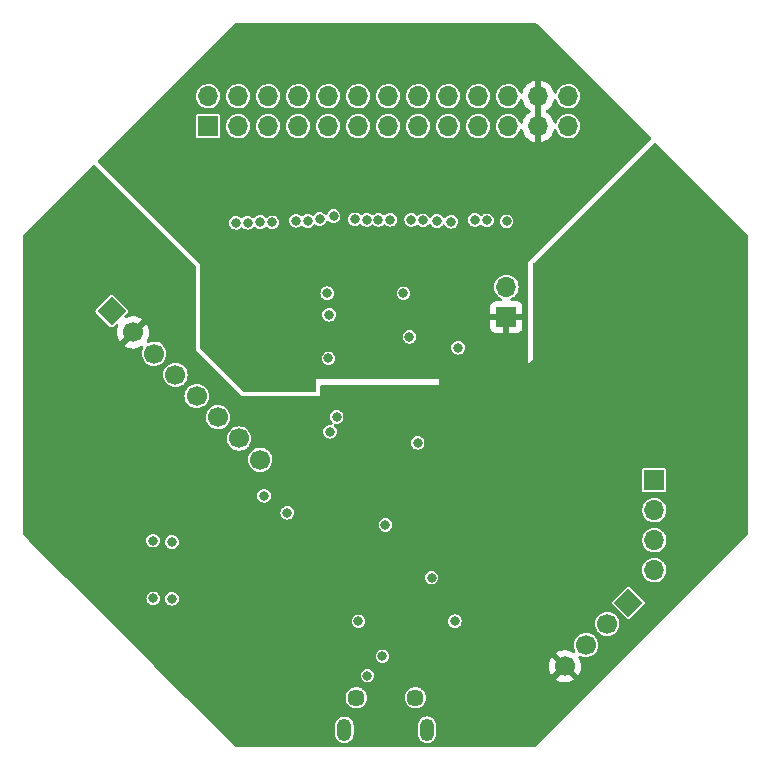
<source format=gbr>
%TF.GenerationSoftware,KiCad,Pcbnew,(6.0.10)*%
%TF.CreationDate,2023-01-10T15:23:53-05:00*%
%TF.ProjectId,cyton hat,6379746f-6e20-4686-9174-2e6b69636164,rev?*%
%TF.SameCoordinates,Original*%
%TF.FileFunction,Copper,L3,Inr*%
%TF.FilePolarity,Positive*%
%FSLAX46Y46*%
G04 Gerber Fmt 4.6, Leading zero omitted, Abs format (unit mm)*
G04 Created by KiCad (PCBNEW (6.0.10)) date 2023-01-10 15:23:53*
%MOMM*%
%LPD*%
G01*
G04 APERTURE LIST*
G04 Aperture macros list*
%AMHorizOval*
0 Thick line with rounded ends*
0 $1 width*
0 $2 $3 position (X,Y) of the first rounded end (center of the circle)*
0 $4 $5 position (X,Y) of the second rounded end (center of the circle)*
0 Add line between two ends*
20,1,$1,$2,$3,$4,$5,0*
0 Add two circle primitives to create the rounded ends*
1,1,$1,$2,$3*
1,1,$1,$4,$5*%
%AMRotRect*
0 Rectangle, with rotation*
0 The origin of the aperture is its center*
0 $1 length*
0 $2 width*
0 $3 Rotation angle, in degrees counterclockwise*
0 Add horizontal line*
21,1,$1,$2,0,0,$3*%
G04 Aperture macros list end*
%TA.AperFunction,ComponentPad*%
%ADD10R,1.700000X1.700000*%
%TD*%
%TA.AperFunction,ComponentPad*%
%ADD11O,1.700000X1.700000*%
%TD*%
%TA.AperFunction,ComponentPad*%
%ADD12RotRect,1.700000X1.700000X315.000000*%
%TD*%
%TA.AperFunction,ComponentPad*%
%ADD13HorizOval,1.700000X0.000000X0.000000X0.000000X0.000000X0*%
%TD*%
%TA.AperFunction,ComponentPad*%
%ADD14O,1.200000X1.900000*%
%TD*%
%TA.AperFunction,ComponentPad*%
%ADD15C,1.450000*%
%TD*%
%TA.AperFunction,ComponentPad*%
%ADD16RotRect,1.700000X1.700000X45.000000*%
%TD*%
%TA.AperFunction,ComponentPad*%
%ADD17HorizOval,1.700000X0.000000X0.000000X0.000000X0.000000X0*%
%TD*%
%TA.AperFunction,ViaPad*%
%ADD18C,0.800000*%
%TD*%
G04 APERTURE END LIST*
D10*
%TO.N,VSSA*%
%TO.C,J1*%
X124663200Y-84988400D03*
D11*
X124663200Y-82448400D03*
%TO.N,/SRB1*%
X127203200Y-84988400D03*
%TO.N,/SRB2*%
X127203200Y-82448400D03*
%TO.N,/1P*%
X129743200Y-84988400D03*
%TO.N,/1N*%
X129743200Y-82448400D03*
%TO.N,/2P*%
X132283200Y-84988400D03*
%TO.N,/2N*%
X132283200Y-82448400D03*
%TO.N,/3P*%
X134823200Y-84988400D03*
%TO.N,/3N*%
X134823200Y-82448400D03*
%TO.N,/4P*%
X137363200Y-84988400D03*
%TO.N,/4N*%
X137363200Y-82448400D03*
%TO.N,/5P*%
X139903200Y-84988400D03*
%TO.N,/5N*%
X139903200Y-82448400D03*
%TO.N,/6P*%
X142443200Y-84988400D03*
%TO.N,/6N*%
X142443200Y-82448400D03*
%TO.N,/7P*%
X144983200Y-84988400D03*
%TO.N,/7N*%
X144983200Y-82448400D03*
%TO.N,/8P*%
X147523200Y-84988400D03*
%TO.N,/8N*%
X147523200Y-82448400D03*
%TO.N,/BIAS*%
X150063200Y-84988400D03*
X150063200Y-82448400D03*
%TO.N,GNDA*%
X152603200Y-84988400D03*
X152603200Y-82448400D03*
%TO.N,VDDA*%
X155143200Y-84988400D03*
X155143200Y-82448400D03*
%TD*%
D12*
%TO.N,VCOM*%
%TO.C,J3*%
X160248600Y-125323600D03*
D13*
%TO.N,unconnected-(J3-Pad2)*%
X158452549Y-127119651D03*
%TO.N,VDD*%
X156656498Y-128915702D03*
%TO.N,GNDA*%
X154860446Y-130711754D03*
%TD*%
D10*
%TO.N,/RXD*%
%TO.C,J5*%
X162433000Y-114960400D03*
D11*
%TO.N,/TXD*%
X162433000Y-117500400D03*
%TO.N,unconnected-(J5-Pad3)*%
X162433000Y-120040400D03*
%TO.N,unconnected-(J5-Pad4)*%
X162433000Y-122580400D03*
%TD*%
D14*
%TO.N,unconnected-(CONN1-Pad6)*%
%TO.C,CONN1*%
X143200000Y-136080300D03*
D15*
X137200000Y-133380300D03*
D14*
X136200000Y-136080300D03*
D15*
X142200000Y-133380300D03*
%TD*%
D10*
%TO.N,GNDA*%
%TO.C,J4*%
X149910800Y-101142800D03*
D11*
%TO.N,/BIAS_INV*%
X149910800Y-98602800D03*
%TD*%
D16*
%TO.N,VDD*%
%TO.C,J2*%
X116500000Y-100650000D03*
D17*
%TO.N,GNDA*%
X118296051Y-102446051D03*
%TO.N,/_MISO*%
X120092102Y-104242102D03*
%TO.N,/SCLK*%
X121888154Y-106038154D03*
%TO.N,/RESET*%
X123684205Y-107834205D03*
%TO.N,/CLK*%
X125480256Y-109630256D03*
%TO.N,/MOSI*%
X127276307Y-111426307D03*
%TO.N,/CS2*%
X129072359Y-113222359D03*
%TD*%
D18*
%TO.N,/Daisy Functionality/BIAS_DRV*%
X149923200Y-93027800D03*
%TO.N,VDD*%
X135534400Y-109601000D03*
%TO.N,VDDA*%
X145821400Y-103733600D03*
%TO.N,VSSA*%
X141706600Y-102819200D03*
X134848600Y-104648000D03*
%TO.N,VDD*%
X142392400Y-111785400D03*
X121589800Y-124993400D03*
X121589800Y-120192800D03*
%TO.N,/_MISO*%
X131368800Y-117703600D03*
%TO.N,/SCLK*%
X129387600Y-116281200D03*
%TO.N,/RESET*%
X134975600Y-110845600D03*
%TO.N,/Daisy Functionality/_SRB1*%
X127003697Y-93167200D03*
%TO.N,/Daisy Functionality/_SRB2*%
X128003200Y-93167200D03*
%TO.N,/Daisy Functionality/IN1P*%
X129070100Y-93103700D03*
%TO.N,/Daisy Functionality/IN1N*%
X130086327Y-93130684D03*
%TO.N,/Daisy Functionality/IN2P*%
X132096905Y-92986254D03*
%TO.N,/Daisy Functionality/IN2N*%
X133096000Y-93014800D03*
%TO.N,/Daisy Functionality/IN3P*%
X134094731Y-92842500D03*
%TO.N,/Daisy Functionality/IN3N*%
X135275931Y-92594901D03*
%TO.N,/Daisy Functionality/IN4P*%
X137083800Y-92862400D03*
%TO.N,/Daisy Functionality/IN4N*%
X138081846Y-92916348D03*
%TO.N,/Daisy Functionality/IN5P*%
X139081343Y-92913148D03*
%TO.N,/Daisy Functionality/IN5N*%
X140080845Y-92913206D03*
%TO.N,/Daisy Functionality/IN6P*%
X141851353Y-92913928D03*
%TO.N,/Daisy Functionality/IN6N*%
X142849600Y-92964000D03*
%TO.N,/Daisy Functionality/IN7P*%
X144030600Y-93015374D03*
%TO.N,/Daisy Functionality/IN7N*%
X145237200Y-93065600D03*
%TO.N,/Daisy Functionality/IN8P*%
X147243800Y-92913200D03*
%TO.N,/Daisy Functionality/IN8N*%
X148259800Y-92964000D03*
%TO.N,VSSA*%
X134899400Y-100939600D03*
%TO.N,Net-(C16-Pad1)*%
X139420600Y-129870200D03*
X138150600Y-131495800D03*
%TO.N,VDD*%
X137388600Y-126898400D03*
%TO.N,VDDA*%
X141198600Y-99136200D03*
X134747000Y-99136200D03*
%TO.N,Net-(D10-Pad1)*%
X119989600Y-120065800D03*
X143573500Y-123202700D03*
%TO.N,Net-(D11-Pad1)*%
X145542000Y-126898400D03*
X120015000Y-124968000D03*
%TO.N,/TXD*%
X139674600Y-118745000D03*
%TD*%
%TA.AperFunction,Conductor*%
%TO.N,GNDA*%
G36*
X152415517Y-76246402D02*
G01*
X152436491Y-76263305D01*
X162114598Y-85941412D01*
X162148624Y-86003724D01*
X162143559Y-86074539D01*
X162114598Y-86119602D01*
X151714200Y-96520000D01*
X151714200Y-105181400D01*
X152196800Y-104698800D01*
X152196703Y-104667734D01*
X152171565Y-96674022D01*
X152191352Y-96605839D01*
X152208469Y-96584531D01*
X162393998Y-86399002D01*
X162456310Y-86364976D01*
X162527125Y-86370041D01*
X162572188Y-86399002D01*
X170319895Y-94146709D01*
X170353921Y-94209021D01*
X170356800Y-94235804D01*
X170356800Y-119481262D01*
X170336798Y-119549383D01*
X170319958Y-119570295D01*
X155741270Y-134169575D01*
X153375712Y-136538474D01*
X153375710Y-136538472D01*
X153375650Y-136538536D01*
X152411091Y-137503095D01*
X152348779Y-137537121D01*
X152321996Y-137540000D01*
X127001804Y-137540000D01*
X126933683Y-137519998D01*
X126912709Y-137503095D01*
X125883820Y-136474206D01*
X135421700Y-136474206D01*
X135436239Y-136603822D01*
X135493662Y-136768720D01*
X135497393Y-136774690D01*
X135497393Y-136774691D01*
X135582459Y-136910824D01*
X135586192Y-136916798D01*
X135591155Y-136921796D01*
X135591156Y-136921797D01*
X135599548Y-136930248D01*
X135709228Y-137040697D01*
X135715174Y-137044471D01*
X135715176Y-137044472D01*
X135766327Y-137076933D01*
X135856657Y-137134258D01*
X135876304Y-137141254D01*
X136014515Y-137190469D01*
X136014520Y-137190470D01*
X136021150Y-137192831D01*
X136028138Y-137193664D01*
X136028141Y-137193665D01*
X136148041Y-137207962D01*
X136194532Y-137213506D01*
X136201535Y-137212770D01*
X136201536Y-137212770D01*
X136361186Y-137195990D01*
X136361188Y-137195989D01*
X136368186Y-137195254D01*
X136455220Y-137165625D01*
X136526811Y-137141254D01*
X136526814Y-137141253D01*
X136533481Y-137138983D01*
X136541162Y-137134258D01*
X136676200Y-137051182D01*
X136676201Y-137051181D01*
X136682201Y-137047490D01*
X136806956Y-136925321D01*
X136901544Y-136778549D01*
X136903956Y-136771923D01*
X136958854Y-136621092D01*
X136958855Y-136621087D01*
X136961264Y-136614469D01*
X136978300Y-136479619D01*
X136978300Y-136474206D01*
X142421700Y-136474206D01*
X142436239Y-136603822D01*
X142493662Y-136768720D01*
X142497393Y-136774690D01*
X142497393Y-136774691D01*
X142582459Y-136910824D01*
X142586192Y-136916798D01*
X142591155Y-136921796D01*
X142591156Y-136921797D01*
X142599548Y-136930248D01*
X142709228Y-137040697D01*
X142715174Y-137044471D01*
X142715176Y-137044472D01*
X142766327Y-137076933D01*
X142856657Y-137134258D01*
X142876304Y-137141254D01*
X143014515Y-137190469D01*
X143014520Y-137190470D01*
X143021150Y-137192831D01*
X143028138Y-137193664D01*
X143028141Y-137193665D01*
X143148041Y-137207962D01*
X143194532Y-137213506D01*
X143201535Y-137212770D01*
X143201536Y-137212770D01*
X143361186Y-137195990D01*
X143361188Y-137195989D01*
X143368186Y-137195254D01*
X143455220Y-137165625D01*
X143526811Y-137141254D01*
X143526814Y-137141253D01*
X143533481Y-137138983D01*
X143541162Y-137134258D01*
X143676200Y-137051182D01*
X143676201Y-137051181D01*
X143682201Y-137047490D01*
X143806956Y-136925321D01*
X143901544Y-136778549D01*
X143903956Y-136771923D01*
X143958854Y-136621092D01*
X143958855Y-136621087D01*
X143961264Y-136614469D01*
X143978300Y-136479619D01*
X143978300Y-135686394D01*
X143963761Y-135556778D01*
X143906338Y-135391880D01*
X143896493Y-135376124D01*
X143817541Y-135249776D01*
X143813808Y-135243802D01*
X143805345Y-135235279D01*
X143695734Y-135124900D01*
X143690772Y-135119903D01*
X143674251Y-135109418D01*
X143633673Y-135083667D01*
X143543343Y-135026342D01*
X143515822Y-135016542D01*
X143385485Y-134970131D01*
X143385480Y-134970130D01*
X143378850Y-134967769D01*
X143371862Y-134966936D01*
X143371859Y-134966935D01*
X143251959Y-134952638D01*
X143205468Y-134947094D01*
X143198465Y-134947830D01*
X143198464Y-134947830D01*
X143038814Y-134964610D01*
X143038812Y-134964611D01*
X143031814Y-134965346D01*
X142944780Y-134994975D01*
X142873189Y-135019346D01*
X142873186Y-135019347D01*
X142866519Y-135021617D01*
X142860521Y-135025307D01*
X142860519Y-135025308D01*
X142852696Y-135030121D01*
X142717799Y-135113110D01*
X142593044Y-135235279D01*
X142498456Y-135382051D01*
X142496045Y-135388674D01*
X142496044Y-135388677D01*
X142441146Y-135539508D01*
X142441145Y-135539513D01*
X142438736Y-135546131D01*
X142421700Y-135680981D01*
X142421700Y-136474206D01*
X136978300Y-136474206D01*
X136978300Y-135686394D01*
X136963761Y-135556778D01*
X136906338Y-135391880D01*
X136896493Y-135376124D01*
X136817541Y-135249776D01*
X136813808Y-135243802D01*
X136805345Y-135235279D01*
X136695734Y-135124900D01*
X136690772Y-135119903D01*
X136674251Y-135109418D01*
X136633673Y-135083667D01*
X136543343Y-135026342D01*
X136515822Y-135016542D01*
X136385485Y-134970131D01*
X136385480Y-134970130D01*
X136378850Y-134967769D01*
X136371862Y-134966936D01*
X136371859Y-134966935D01*
X136251959Y-134952638D01*
X136205468Y-134947094D01*
X136198465Y-134947830D01*
X136198464Y-134947830D01*
X136038814Y-134964610D01*
X136038812Y-134964611D01*
X136031814Y-134965346D01*
X135944780Y-134994975D01*
X135873189Y-135019346D01*
X135873186Y-135019347D01*
X135866519Y-135021617D01*
X135860521Y-135025307D01*
X135860519Y-135025308D01*
X135852696Y-135030121D01*
X135717799Y-135113110D01*
X135593044Y-135235279D01*
X135498456Y-135382051D01*
X135496045Y-135388674D01*
X135496044Y-135388677D01*
X135441146Y-135539508D01*
X135441145Y-135539513D01*
X135438736Y-135546131D01*
X135421700Y-135680981D01*
X135421700Y-136474206D01*
X125883820Y-136474206D01*
X122789914Y-133380300D01*
X136291724Y-133380300D01*
X136311572Y-133569141D01*
X136370249Y-133749729D01*
X136465189Y-133914171D01*
X136592245Y-134055281D01*
X136597587Y-134059162D01*
X136597589Y-134059164D01*
X136740520Y-134163009D01*
X136745862Y-134166890D01*
X136751890Y-134169574D01*
X136751892Y-134169575D01*
X136913296Y-134241437D01*
X136919327Y-134244122D01*
X137012193Y-134263861D01*
X137098602Y-134282228D01*
X137098606Y-134282228D01*
X137105059Y-134283600D01*
X137294941Y-134283600D01*
X137301394Y-134282228D01*
X137301398Y-134282228D01*
X137387807Y-134263861D01*
X137480673Y-134244122D01*
X137486704Y-134241437D01*
X137648108Y-134169575D01*
X137648110Y-134169574D01*
X137654138Y-134166890D01*
X137659480Y-134163009D01*
X137802411Y-134059164D01*
X137802413Y-134059162D01*
X137807755Y-134055281D01*
X137934811Y-133914171D01*
X138029751Y-133749729D01*
X138088428Y-133569141D01*
X138108276Y-133380300D01*
X141291724Y-133380300D01*
X141311572Y-133569141D01*
X141370249Y-133749729D01*
X141465189Y-133914171D01*
X141592245Y-134055281D01*
X141597587Y-134059162D01*
X141597589Y-134059164D01*
X141740520Y-134163009D01*
X141745862Y-134166890D01*
X141751890Y-134169574D01*
X141751892Y-134169575D01*
X141913296Y-134241437D01*
X141919327Y-134244122D01*
X142012193Y-134263861D01*
X142098602Y-134282228D01*
X142098606Y-134282228D01*
X142105059Y-134283600D01*
X142294941Y-134283600D01*
X142301394Y-134282228D01*
X142301398Y-134282228D01*
X142387807Y-134263861D01*
X142480673Y-134244122D01*
X142486704Y-134241437D01*
X142648108Y-134169575D01*
X142648110Y-134169574D01*
X142654138Y-134166890D01*
X142659480Y-134163009D01*
X142802411Y-134059164D01*
X142802413Y-134059162D01*
X142807755Y-134055281D01*
X142934811Y-133914171D01*
X143029751Y-133749729D01*
X143088428Y-133569141D01*
X143108276Y-133380300D01*
X143088428Y-133191459D01*
X143029751Y-133010871D01*
X142934811Y-132846429D01*
X142807755Y-132705319D01*
X142802413Y-132701438D01*
X142802411Y-132701436D01*
X142659480Y-132597591D01*
X142659479Y-132597590D01*
X142654138Y-132593710D01*
X142648110Y-132591026D01*
X142648108Y-132591025D01*
X142486704Y-132519163D01*
X142486702Y-132519162D01*
X142480673Y-132516478D01*
X142387807Y-132496739D01*
X142301398Y-132478372D01*
X142301394Y-132478372D01*
X142294941Y-132477000D01*
X142105059Y-132477000D01*
X142098606Y-132478372D01*
X142098602Y-132478372D01*
X142012193Y-132496739D01*
X141919327Y-132516478D01*
X141913298Y-132519162D01*
X141913296Y-132519163D01*
X141751892Y-132591025D01*
X141751890Y-132591026D01*
X141745862Y-132593710D01*
X141740521Y-132597590D01*
X141740520Y-132597591D01*
X141597589Y-132701436D01*
X141597587Y-132701438D01*
X141592245Y-132705319D01*
X141465189Y-132846429D01*
X141370249Y-133010871D01*
X141311572Y-133191459D01*
X141291724Y-133380300D01*
X138108276Y-133380300D01*
X138088428Y-133191459D01*
X138029751Y-133010871D01*
X137934811Y-132846429D01*
X137807755Y-132705319D01*
X137802413Y-132701438D01*
X137802411Y-132701436D01*
X137659480Y-132597591D01*
X137659479Y-132597590D01*
X137654138Y-132593710D01*
X137648110Y-132591026D01*
X137648108Y-132591025D01*
X137486704Y-132519163D01*
X137486702Y-132519162D01*
X137480673Y-132516478D01*
X137387807Y-132496739D01*
X137301398Y-132478372D01*
X137301394Y-132478372D01*
X137294941Y-132477000D01*
X137105059Y-132477000D01*
X137098606Y-132478372D01*
X137098602Y-132478372D01*
X137012193Y-132496739D01*
X136919327Y-132516478D01*
X136913298Y-132519162D01*
X136913296Y-132519163D01*
X136751892Y-132591025D01*
X136751890Y-132591026D01*
X136745862Y-132593710D01*
X136740521Y-132597590D01*
X136740520Y-132597591D01*
X136597589Y-132701436D01*
X136597587Y-132701438D01*
X136592245Y-132705319D01*
X136465189Y-132846429D01*
X136370249Y-133010871D01*
X136311572Y-133191459D01*
X136291724Y-133380300D01*
X122789914Y-133380300D01*
X120905414Y-131495800D01*
X137567310Y-131495800D01*
X137587185Y-131646767D01*
X137645456Y-131787445D01*
X137738152Y-131908248D01*
X137858955Y-132000944D01*
X137999633Y-132059215D01*
X138150600Y-132079090D01*
X138158788Y-132078012D01*
X138293379Y-132060293D01*
X138301567Y-132059215D01*
X138442245Y-132000944D01*
X138563048Y-131908248D01*
X138618020Y-131836607D01*
X154100423Y-131836607D01*
X154105704Y-131843661D01*
X154267202Y-131938033D01*
X154276488Y-131942483D01*
X154475447Y-132018457D01*
X154485345Y-132021333D01*
X154694041Y-132063792D01*
X154704269Y-132065011D01*
X154917096Y-132072816D01*
X154927382Y-132072349D01*
X155138631Y-132045288D01*
X155148708Y-132043146D01*
X155352701Y-131981945D01*
X155362288Y-131978187D01*
X155553544Y-131884492D01*
X155562390Y-131879219D01*
X155609693Y-131845477D01*
X155618094Y-131834777D01*
X155611106Y-131821624D01*
X154873258Y-131083776D01*
X154859314Y-131076162D01*
X154857481Y-131076293D01*
X154850866Y-131080544D01*
X154107183Y-131824227D01*
X154100423Y-131836607D01*
X138618020Y-131836607D01*
X138655744Y-131787445D01*
X138714015Y-131646767D01*
X138733890Y-131495800D01*
X138714015Y-131344833D01*
X138655744Y-131204155D01*
X138563048Y-131083352D01*
X138442245Y-130990656D01*
X138301567Y-130932385D01*
X138150600Y-130912510D01*
X137999633Y-130932385D01*
X137858955Y-130990656D01*
X137738152Y-131083352D01*
X137645456Y-131204155D01*
X137587185Y-131344833D01*
X137567310Y-131495800D01*
X120905414Y-131495800D01*
X120093231Y-130683617D01*
X153498496Y-130683617D01*
X153510755Y-130896231D01*
X153512191Y-130906451D01*
X153559011Y-131114200D01*
X153562091Y-131124029D01*
X153642216Y-131321357D01*
X153646859Y-131330548D01*
X153726906Y-131461174D01*
X153737362Y-131470634D01*
X153746140Y-131466850D01*
X154488424Y-130724566D01*
X154496038Y-130710622D01*
X154495907Y-130708789D01*
X154491656Y-130702174D01*
X153750295Y-129960813D01*
X153738759Y-129954513D01*
X153726477Y-129964136D01*
X153678535Y-130034416D01*
X153673450Y-130043367D01*
X153583784Y-130236537D01*
X153580221Y-130246224D01*
X153523310Y-130451435D01*
X153521379Y-130461554D01*
X153498748Y-130673328D01*
X153498496Y-130683617D01*
X120093231Y-130683617D01*
X119279814Y-129870200D01*
X138837310Y-129870200D01*
X138857185Y-130021167D01*
X138915456Y-130161845D01*
X139008152Y-130282648D01*
X139128955Y-130375344D01*
X139269633Y-130433615D01*
X139420600Y-130453490D01*
X139428788Y-130452412D01*
X139563379Y-130434693D01*
X139571567Y-130433615D01*
X139712245Y-130375344D01*
X139833048Y-130282648D01*
X139925744Y-130161845D01*
X139984015Y-130021167D01*
X140003890Y-129870200D01*
X139984015Y-129719233D01*
X139929731Y-129588181D01*
X154101669Y-129588181D01*
X154108414Y-129600512D01*
X155970920Y-131463018D01*
X155982930Y-131469577D01*
X155994669Y-131460609D01*
X156025450Y-131417773D01*
X156030761Y-131408934D01*
X156125116Y-131218021D01*
X156128915Y-131208426D01*
X156190822Y-131004669D01*
X156193001Y-130994588D01*
X156221036Y-130781641D01*
X156221555Y-130774966D01*
X156223018Y-130715118D01*
X156222824Y-130708400D01*
X156205227Y-130494358D01*
X156203542Y-130484178D01*
X156151660Y-130277629D01*
X156148340Y-130267878D01*
X156063418Y-130072568D01*
X156058551Y-130063493D01*
X156026111Y-130013347D01*
X156005904Y-129945286D01*
X156025700Y-129877106D01*
X156079216Y-129830451D01*
X156149459Y-129820136D01*
X156193372Y-129834919D01*
X156242827Y-129862558D01*
X156434617Y-129924874D01*
X156634859Y-129948751D01*
X156640994Y-129948279D01*
X156640996Y-129948279D01*
X156829783Y-129933753D01*
X156829788Y-129933752D01*
X156835924Y-129933280D01*
X156841854Y-129931624D01*
X156841856Y-129931624D01*
X157024228Y-129880705D01*
X157024227Y-129880705D01*
X157030156Y-129879050D01*
X157035645Y-129876277D01*
X157035651Y-129876275D01*
X157204659Y-129790902D01*
X157210155Y-129788126D01*
X157240810Y-129764176D01*
X157308098Y-129711604D01*
X157369065Y-129663971D01*
X157373091Y-129659307D01*
X157373094Y-129659304D01*
X157496805Y-129515984D01*
X157496806Y-129515982D01*
X157500834Y-129511316D01*
X157550639Y-129423644D01*
X157597398Y-129341334D01*
X157597400Y-129341330D01*
X157600443Y-129335973D01*
X157664096Y-129144623D01*
X157689371Y-128944553D01*
X157689774Y-128915702D01*
X157670095Y-128715004D01*
X157665829Y-128700872D01*
X157613590Y-128527851D01*
X157611809Y-128521951D01*
X157517136Y-128343896D01*
X157445352Y-128255880D01*
X157393575Y-128192395D01*
X157393572Y-128192392D01*
X157389680Y-128187620D01*
X157383100Y-128182176D01*
X157239047Y-128063005D01*
X157239048Y-128063005D01*
X157234299Y-128059077D01*
X157228882Y-128056148D01*
X157228879Y-128056146D01*
X157062329Y-127966093D01*
X157062324Y-127966091D01*
X157056909Y-127963163D01*
X156864267Y-127903530D01*
X156858142Y-127902886D01*
X156858141Y-127902886D01*
X156669840Y-127883095D01*
X156669839Y-127883095D01*
X156663712Y-127882451D01*
X156579586Y-127890107D01*
X156469020Y-127900169D01*
X156469017Y-127900170D01*
X156462881Y-127900728D01*
X156456975Y-127902466D01*
X156456971Y-127902467D01*
X156275338Y-127955925D01*
X156269426Y-127957665D01*
X156263961Y-127960522D01*
X156258909Y-127963163D01*
X156090714Y-128051094D01*
X156085909Y-128054957D01*
X156085908Y-128054958D01*
X156080785Y-128059077D01*
X155933553Y-128177455D01*
X155803928Y-128331935D01*
X155800965Y-128337324D01*
X155800962Y-128337329D01*
X155720726Y-128483279D01*
X155706778Y-128508651D01*
X155645802Y-128700872D01*
X155623323Y-128901275D01*
X155640197Y-129102228D01*
X155663323Y-129182879D01*
X155693463Y-129287988D01*
X155695782Y-129296076D01*
X155716287Y-129335973D01*
X155740387Y-129382867D01*
X155753735Y-129452598D01*
X155727265Y-129518475D01*
X155669381Y-129559584D01*
X155598461Y-129562873D01*
X155567427Y-129550771D01*
X155423553Y-129471348D01*
X155414151Y-129467123D01*
X155213405Y-129396034D01*
X155203435Y-129393400D01*
X154993773Y-129356055D01*
X154983519Y-129355085D01*
X154770562Y-129352482D01*
X154760278Y-129353202D01*
X154549767Y-129385415D01*
X154539739Y-129387804D01*
X154337314Y-129453966D01*
X154327805Y-129457963D01*
X154138912Y-129556294D01*
X154130180Y-129561793D01*
X154110123Y-129576853D01*
X154101669Y-129588181D01*
X139929731Y-129588181D01*
X139925744Y-129578555D01*
X139833048Y-129457752D01*
X139712245Y-129365056D01*
X139571567Y-129306785D01*
X139531887Y-129301561D01*
X139428788Y-129287988D01*
X139420600Y-129286910D01*
X139412412Y-129287988D01*
X139309314Y-129301561D01*
X139269633Y-129306785D01*
X139128955Y-129365056D01*
X139008152Y-129457752D01*
X138915456Y-129578555D01*
X138857185Y-129719233D01*
X138837310Y-129870200D01*
X119279814Y-129870200D01*
X116308014Y-126898400D01*
X136805310Y-126898400D01*
X136825185Y-127049367D01*
X136883456Y-127190045D01*
X136976152Y-127310848D01*
X137096955Y-127403544D01*
X137237633Y-127461815D01*
X137388600Y-127481690D01*
X137396788Y-127480612D01*
X137531379Y-127462893D01*
X137539567Y-127461815D01*
X137680245Y-127403544D01*
X137801048Y-127310848D01*
X137893744Y-127190045D01*
X137952015Y-127049367D01*
X137971890Y-126898400D01*
X144958710Y-126898400D01*
X144978585Y-127049367D01*
X145036856Y-127190045D01*
X145129552Y-127310848D01*
X145250355Y-127403544D01*
X145391033Y-127461815D01*
X145542000Y-127481690D01*
X145550188Y-127480612D01*
X145684779Y-127462893D01*
X145692967Y-127461815D01*
X145833645Y-127403544D01*
X145954448Y-127310848D01*
X146047144Y-127190045D01*
X146082278Y-127105224D01*
X157419374Y-127105224D01*
X157436248Y-127306177D01*
X157459374Y-127386828D01*
X157486576Y-127481690D01*
X157491833Y-127500025D01*
X157584012Y-127679385D01*
X157587838Y-127684212D01*
X157705443Y-127832595D01*
X157705448Y-127832600D01*
X157709272Y-127837425D01*
X157713965Y-127841419D01*
X157713966Y-127841420D01*
X157857014Y-127963163D01*
X157862844Y-127968125D01*
X157868222Y-127971131D01*
X157868224Y-127971132D01*
X157950861Y-128017316D01*
X158038878Y-128066507D01*
X158230668Y-128128823D01*
X158430910Y-128152700D01*
X158437045Y-128152228D01*
X158437047Y-128152228D01*
X158625834Y-128137702D01*
X158625839Y-128137701D01*
X158631975Y-128137229D01*
X158637905Y-128135573D01*
X158637907Y-128135573D01*
X158820279Y-128084654D01*
X158820278Y-128084654D01*
X158826207Y-128082999D01*
X158831696Y-128080226D01*
X158831702Y-128080224D01*
X159000710Y-127994851D01*
X159006206Y-127992075D01*
X159036861Y-127968125D01*
X159062751Y-127947897D01*
X159165116Y-127867920D01*
X159169142Y-127863256D01*
X159169145Y-127863253D01*
X159292856Y-127719933D01*
X159292857Y-127719931D01*
X159296885Y-127715265D01*
X159396494Y-127539922D01*
X159440809Y-127406704D01*
X159458202Y-127354420D01*
X159458203Y-127354417D01*
X159460147Y-127348572D01*
X159485422Y-127148502D01*
X159485825Y-127119651D01*
X159466146Y-126918953D01*
X159461880Y-126904821D01*
X159409641Y-126731800D01*
X159407860Y-126725900D01*
X159313187Y-126547845D01*
X159241403Y-126459829D01*
X159189626Y-126396344D01*
X159189623Y-126396341D01*
X159185731Y-126391569D01*
X159179151Y-126386125D01*
X159035098Y-126266954D01*
X159035099Y-126266954D01*
X159030350Y-126263026D01*
X159024933Y-126260097D01*
X159024930Y-126260095D01*
X158858380Y-126170042D01*
X158858375Y-126170040D01*
X158852960Y-126167112D01*
X158660318Y-126107479D01*
X158654193Y-126106835D01*
X158654192Y-126106835D01*
X158465891Y-126087044D01*
X158465890Y-126087044D01*
X158459763Y-126086400D01*
X158375637Y-126094056D01*
X158265071Y-126104118D01*
X158265068Y-126104119D01*
X158258932Y-126104677D01*
X158253026Y-126106415D01*
X158253022Y-126106416D01*
X158071389Y-126159874D01*
X158065477Y-126161614D01*
X158060012Y-126164471D01*
X158054960Y-126167112D01*
X157886765Y-126255043D01*
X157881960Y-126258906D01*
X157881959Y-126258907D01*
X157876836Y-126263026D01*
X157729604Y-126381404D01*
X157599979Y-126535884D01*
X157597016Y-126541273D01*
X157597013Y-126541278D01*
X157529451Y-126664175D01*
X157502829Y-126712600D01*
X157441853Y-126904821D01*
X157419374Y-127105224D01*
X146082278Y-127105224D01*
X146105415Y-127049367D01*
X146125290Y-126898400D01*
X146105415Y-126747433D01*
X146047144Y-126606755D01*
X145954448Y-126485952D01*
X145833645Y-126393256D01*
X145692967Y-126334985D01*
X145542000Y-126315110D01*
X145391033Y-126334985D01*
X145250355Y-126393256D01*
X145129552Y-126485952D01*
X145036856Y-126606755D01*
X144978585Y-126747433D01*
X144958710Y-126898400D01*
X137971890Y-126898400D01*
X137952015Y-126747433D01*
X137893744Y-126606755D01*
X137801048Y-126485952D01*
X137680245Y-126393256D01*
X137539567Y-126334985D01*
X137388600Y-126315110D01*
X137237633Y-126334985D01*
X137096955Y-126393256D01*
X136976152Y-126485952D01*
X136883456Y-126606755D01*
X136825185Y-126747433D01*
X136805310Y-126898400D01*
X116308014Y-126898400D01*
X114377614Y-124968000D01*
X119431710Y-124968000D01*
X119451585Y-125118967D01*
X119509856Y-125259645D01*
X119602552Y-125380448D01*
X119723355Y-125473144D01*
X119864033Y-125531415D01*
X120015000Y-125551290D01*
X120023188Y-125550212D01*
X120157779Y-125532493D01*
X120165967Y-125531415D01*
X120306645Y-125473144D01*
X120427448Y-125380448D01*
X120520144Y-125259645D01*
X120578415Y-125118967D01*
X120594946Y-124993400D01*
X121006510Y-124993400D01*
X121026385Y-125144367D01*
X121084656Y-125285045D01*
X121177352Y-125405848D01*
X121298155Y-125498544D01*
X121380115Y-125532493D01*
X121425495Y-125551290D01*
X121438833Y-125556815D01*
X121589800Y-125576690D01*
X121597988Y-125575612D01*
X121732579Y-125557893D01*
X121740767Y-125556815D01*
X121754106Y-125551290D01*
X121799485Y-125532493D01*
X121881445Y-125498544D01*
X122002248Y-125405848D01*
X122065360Y-125323600D01*
X158864726Y-125323600D01*
X158867147Y-125335771D01*
X158876034Y-125380448D01*
X158878564Y-125393169D01*
X158885456Y-125403484D01*
X158885457Y-125403486D01*
X158904585Y-125432113D01*
X158908024Y-125437260D01*
X160134940Y-126664175D01*
X160179031Y-126693636D01*
X160248600Y-126707474D01*
X160260771Y-126705053D01*
X160305999Y-126696057D01*
X160306000Y-126696056D01*
X160318169Y-126693636D01*
X160328484Y-126686744D01*
X160328486Y-126686743D01*
X160357115Y-126667614D01*
X160357117Y-126667612D01*
X160362260Y-126664176D01*
X161589175Y-125437260D01*
X161618636Y-125393169D01*
X161632474Y-125323600D01*
X161628341Y-125302823D01*
X161621057Y-125266201D01*
X161621056Y-125266198D01*
X161618636Y-125254031D01*
X161611742Y-125243712D01*
X161592614Y-125215085D01*
X161592612Y-125215083D01*
X161589176Y-125209940D01*
X160362260Y-123983025D01*
X160318169Y-123953564D01*
X160248600Y-123939726D01*
X160236429Y-123942147D01*
X160191201Y-123951143D01*
X160191200Y-123951144D01*
X160179031Y-123953564D01*
X160168716Y-123960456D01*
X160168714Y-123960457D01*
X160140085Y-123979586D01*
X160134940Y-123983024D01*
X158908025Y-125209940D01*
X158878564Y-125254031D01*
X158864726Y-125323600D01*
X122065360Y-125323600D01*
X122094944Y-125285045D01*
X122153215Y-125144367D01*
X122173090Y-124993400D01*
X122153215Y-124842433D01*
X122094944Y-124701755D01*
X122002248Y-124580952D01*
X121881445Y-124488256D01*
X121740767Y-124429985D01*
X121589800Y-124410110D01*
X121438833Y-124429985D01*
X121298155Y-124488256D01*
X121177352Y-124580952D01*
X121084656Y-124701755D01*
X121026385Y-124842433D01*
X121006510Y-124993400D01*
X120594946Y-124993400D01*
X120598290Y-124968000D01*
X120578415Y-124817033D01*
X120520144Y-124676355D01*
X120427448Y-124555552D01*
X120306645Y-124462856D01*
X120181908Y-124411188D01*
X120173596Y-124407745D01*
X120165967Y-124404585D01*
X120015000Y-124384710D01*
X119864033Y-124404585D01*
X119856404Y-124407745D01*
X119848092Y-124411188D01*
X119723355Y-124462856D01*
X119602552Y-124555552D01*
X119509856Y-124676355D01*
X119451585Y-124817033D01*
X119431710Y-124968000D01*
X114377614Y-124968000D01*
X112612314Y-123202700D01*
X142990210Y-123202700D01*
X143010085Y-123353667D01*
X143068356Y-123494345D01*
X143161052Y-123615148D01*
X143281855Y-123707844D01*
X143422533Y-123766115D01*
X143573500Y-123785990D01*
X143581688Y-123784912D01*
X143716279Y-123767193D01*
X143724467Y-123766115D01*
X143865145Y-123707844D01*
X143985948Y-123615148D01*
X144078644Y-123494345D01*
X144136915Y-123353667D01*
X144156790Y-123202700D01*
X144136915Y-123051733D01*
X144078644Y-122911055D01*
X143985948Y-122790252D01*
X143865145Y-122697556D01*
X143724467Y-122639285D01*
X143573500Y-122619410D01*
X143422533Y-122639285D01*
X143281855Y-122697556D01*
X143161052Y-122790252D01*
X143068356Y-122911055D01*
X143010085Y-123051733D01*
X142990210Y-123202700D01*
X112612314Y-123202700D01*
X111975587Y-122565973D01*
X161399825Y-122565973D01*
X161401332Y-122583922D01*
X161410609Y-122694396D01*
X161416699Y-122766926D01*
X161472284Y-122960774D01*
X161564463Y-123140134D01*
X161568289Y-123144961D01*
X161685894Y-123293344D01*
X161685899Y-123293349D01*
X161689723Y-123298174D01*
X161694416Y-123302168D01*
X161694417Y-123302169D01*
X161725555Y-123328669D01*
X161843295Y-123428874D01*
X161848673Y-123431880D01*
X161848675Y-123431881D01*
X161931312Y-123478065D01*
X162019329Y-123527256D01*
X162211119Y-123589572D01*
X162411361Y-123613449D01*
X162417496Y-123612977D01*
X162417498Y-123612977D01*
X162606285Y-123598451D01*
X162606290Y-123598450D01*
X162612426Y-123597978D01*
X162618356Y-123596322D01*
X162618358Y-123596322D01*
X162800730Y-123545403D01*
X162800729Y-123545403D01*
X162806658Y-123543748D01*
X162812147Y-123540975D01*
X162812153Y-123540973D01*
X162981161Y-123455600D01*
X162986657Y-123452824D01*
X163017312Y-123428874D01*
X163043202Y-123408646D01*
X163145567Y-123328669D01*
X163149593Y-123324005D01*
X163149596Y-123324002D01*
X163273307Y-123180682D01*
X163273308Y-123180680D01*
X163277336Y-123176014D01*
X163376945Y-123000671D01*
X163440598Y-122809321D01*
X163465873Y-122609251D01*
X163466276Y-122580400D01*
X163446597Y-122379702D01*
X163442331Y-122365570D01*
X163390092Y-122192549D01*
X163388311Y-122186649D01*
X163293638Y-122008594D01*
X163221854Y-121920578D01*
X163170077Y-121857093D01*
X163170074Y-121857090D01*
X163166182Y-121852318D01*
X163159602Y-121846874D01*
X163015549Y-121727703D01*
X163015550Y-121727703D01*
X163010801Y-121723775D01*
X163005384Y-121720846D01*
X163005381Y-121720844D01*
X162838831Y-121630791D01*
X162838826Y-121630789D01*
X162833411Y-121627861D01*
X162640769Y-121568228D01*
X162634644Y-121567584D01*
X162634643Y-121567584D01*
X162446342Y-121547793D01*
X162446341Y-121547793D01*
X162440214Y-121547149D01*
X162356088Y-121554805D01*
X162245522Y-121564867D01*
X162245519Y-121564868D01*
X162239383Y-121565426D01*
X162233477Y-121567164D01*
X162233473Y-121567165D01*
X162051840Y-121620623D01*
X162045928Y-121622363D01*
X162040463Y-121625220D01*
X162035411Y-121627861D01*
X161867216Y-121715792D01*
X161862411Y-121719655D01*
X161862410Y-121719656D01*
X161857287Y-121723775D01*
X161710055Y-121842153D01*
X161580430Y-121996633D01*
X161577467Y-122002022D01*
X161577464Y-122002027D01*
X161497228Y-122147977D01*
X161483280Y-122173349D01*
X161422304Y-122365570D01*
X161399825Y-122565973D01*
X111975587Y-122565973D01*
X109475414Y-120065800D01*
X119406310Y-120065800D01*
X119426185Y-120216767D01*
X119484456Y-120357445D01*
X119577152Y-120478248D01*
X119697955Y-120570944D01*
X119838633Y-120629215D01*
X119989600Y-120649090D01*
X119997788Y-120648012D01*
X120132379Y-120630293D01*
X120140567Y-120629215D01*
X120281245Y-120570944D01*
X120402048Y-120478248D01*
X120494744Y-120357445D01*
X120553015Y-120216767D01*
X120556170Y-120192800D01*
X121006510Y-120192800D01*
X121026385Y-120343767D01*
X121084656Y-120484445D01*
X121177352Y-120605248D01*
X121298155Y-120697944D01*
X121438833Y-120756215D01*
X121447021Y-120757293D01*
X121514316Y-120766152D01*
X121589800Y-120776090D01*
X121597988Y-120775012D01*
X121732579Y-120757293D01*
X121740767Y-120756215D01*
X121881445Y-120697944D01*
X122002248Y-120605248D01*
X122094944Y-120484445D01*
X122153215Y-120343767D01*
X122173090Y-120192800D01*
X122153215Y-120041833D01*
X122149191Y-120032117D01*
X122146646Y-120025973D01*
X161399825Y-120025973D01*
X161416699Y-120226926D01*
X161439825Y-120307577D01*
X161454125Y-120357445D01*
X161472284Y-120420774D01*
X161564463Y-120600134D01*
X161568289Y-120604961D01*
X161685894Y-120753344D01*
X161685899Y-120753349D01*
X161689723Y-120758174D01*
X161694416Y-120762168D01*
X161694417Y-120762169D01*
X161725555Y-120788669D01*
X161843295Y-120888874D01*
X161848673Y-120891880D01*
X161848675Y-120891881D01*
X161931312Y-120938065D01*
X162019329Y-120987256D01*
X162211119Y-121049572D01*
X162411361Y-121073449D01*
X162417496Y-121072977D01*
X162417498Y-121072977D01*
X162606285Y-121058451D01*
X162606290Y-121058450D01*
X162612426Y-121057978D01*
X162618356Y-121056322D01*
X162618358Y-121056322D01*
X162800730Y-121005403D01*
X162800729Y-121005403D01*
X162806658Y-121003748D01*
X162812147Y-121000975D01*
X162812153Y-121000973D01*
X162981161Y-120915600D01*
X162986657Y-120912824D01*
X163017312Y-120888874D01*
X163043202Y-120868646D01*
X163145567Y-120788669D01*
X163149593Y-120784005D01*
X163149596Y-120784002D01*
X163273307Y-120640682D01*
X163273308Y-120640680D01*
X163277336Y-120636014D01*
X163359717Y-120490998D01*
X163373900Y-120466032D01*
X163373902Y-120466028D01*
X163376945Y-120460671D01*
X163413296Y-120351396D01*
X163438653Y-120275169D01*
X163438654Y-120275166D01*
X163440598Y-120269321D01*
X163465873Y-120069251D01*
X163466276Y-120040400D01*
X163446597Y-119839702D01*
X163442331Y-119825570D01*
X163400692Y-119687656D01*
X163388311Y-119646649D01*
X163293638Y-119468594D01*
X163221854Y-119380578D01*
X163170077Y-119317093D01*
X163170074Y-119317090D01*
X163166182Y-119312318D01*
X163159602Y-119306874D01*
X163015549Y-119187703D01*
X163015550Y-119187703D01*
X163010801Y-119183775D01*
X163005384Y-119180846D01*
X163005381Y-119180844D01*
X162838831Y-119090791D01*
X162838826Y-119090789D01*
X162833411Y-119087861D01*
X162640769Y-119028228D01*
X162634644Y-119027584D01*
X162634643Y-119027584D01*
X162446342Y-119007793D01*
X162446341Y-119007793D01*
X162440214Y-119007149D01*
X162356088Y-119014805D01*
X162245522Y-119024867D01*
X162245519Y-119024868D01*
X162239383Y-119025426D01*
X162233477Y-119027164D01*
X162233473Y-119027165D01*
X162051840Y-119080623D01*
X162045928Y-119082363D01*
X162040463Y-119085220D01*
X162035411Y-119087861D01*
X161867216Y-119175792D01*
X161862411Y-119179655D01*
X161862410Y-119179656D01*
X161857287Y-119183775D01*
X161710055Y-119302153D01*
X161580430Y-119456633D01*
X161577467Y-119462022D01*
X161577464Y-119462027D01*
X161510741Y-119583398D01*
X161483280Y-119633349D01*
X161481419Y-119639216D01*
X161481418Y-119639218D01*
X161438614Y-119774155D01*
X161422304Y-119825570D01*
X161399825Y-120025973D01*
X122146646Y-120025973D01*
X122104001Y-119923021D01*
X122094944Y-119901155D01*
X122002248Y-119780352D01*
X121881445Y-119687656D01*
X121740767Y-119629385D01*
X121729898Y-119627954D01*
X121597988Y-119610588D01*
X121589800Y-119609510D01*
X121581612Y-119610588D01*
X121449703Y-119627954D01*
X121438833Y-119629385D01*
X121298155Y-119687656D01*
X121177352Y-119780352D01*
X121084656Y-119901155D01*
X121075599Y-119923021D01*
X121030410Y-120032117D01*
X121026385Y-120041833D01*
X121006510Y-120192800D01*
X120556170Y-120192800D01*
X120572890Y-120065800D01*
X120553015Y-119914833D01*
X120494744Y-119774155D01*
X120402048Y-119653352D01*
X120281245Y-119560656D01*
X120140567Y-119502385D01*
X119989600Y-119482510D01*
X119838633Y-119502385D01*
X119697955Y-119560656D01*
X119577152Y-119653352D01*
X119484456Y-119774155D01*
X119426185Y-119914833D01*
X119406310Y-120065800D01*
X109475414Y-120065800D01*
X109029305Y-119619691D01*
X108995279Y-119557379D01*
X108992400Y-119530596D01*
X108992400Y-118745000D01*
X139091310Y-118745000D01*
X139111185Y-118895967D01*
X139169456Y-119036645D01*
X139262152Y-119157448D01*
X139382955Y-119250144D01*
X139523633Y-119308415D01*
X139531821Y-119309493D01*
X139589550Y-119317093D01*
X139674600Y-119328290D01*
X139682788Y-119327212D01*
X139817379Y-119309493D01*
X139825567Y-119308415D01*
X139966245Y-119250144D01*
X140087048Y-119157448D01*
X140179744Y-119036645D01*
X140238015Y-118895967D01*
X140257890Y-118745000D01*
X140238015Y-118594033D01*
X140179744Y-118453355D01*
X140087048Y-118332552D01*
X139966245Y-118239856D01*
X139825567Y-118181585D01*
X139674600Y-118161710D01*
X139523633Y-118181585D01*
X139382955Y-118239856D01*
X139262152Y-118332552D01*
X139169456Y-118453355D01*
X139111185Y-118594033D01*
X139091310Y-118745000D01*
X108992400Y-118745000D01*
X108992400Y-117703600D01*
X130785510Y-117703600D01*
X130805385Y-117854567D01*
X130863656Y-117995245D01*
X130956352Y-118116048D01*
X131077155Y-118208744D01*
X131217833Y-118267015D01*
X131368800Y-118286890D01*
X131376988Y-118285812D01*
X131511579Y-118268093D01*
X131519767Y-118267015D01*
X131660445Y-118208744D01*
X131781248Y-118116048D01*
X131873944Y-117995245D01*
X131932215Y-117854567D01*
X131952090Y-117703600D01*
X131932215Y-117552633D01*
X131904603Y-117485973D01*
X161399825Y-117485973D01*
X161416699Y-117686926D01*
X161439825Y-117767577D01*
X161466957Y-117862196D01*
X161472284Y-117880774D01*
X161564463Y-118060134D01*
X161568289Y-118064961D01*
X161685894Y-118213344D01*
X161685899Y-118213349D01*
X161689723Y-118218174D01*
X161694416Y-118222168D01*
X161694417Y-118222169D01*
X161824117Y-118332552D01*
X161843295Y-118348874D01*
X161848673Y-118351880D01*
X161848675Y-118351881D01*
X161931312Y-118398065D01*
X162019329Y-118447256D01*
X162211119Y-118509572D01*
X162411361Y-118533449D01*
X162417496Y-118532977D01*
X162417498Y-118532977D01*
X162606285Y-118518451D01*
X162606290Y-118518450D01*
X162612426Y-118517978D01*
X162618356Y-118516322D01*
X162618358Y-118516322D01*
X162800730Y-118465403D01*
X162800729Y-118465403D01*
X162806658Y-118463748D01*
X162812147Y-118460975D01*
X162812153Y-118460973D01*
X162981161Y-118375600D01*
X162986657Y-118372824D01*
X163017312Y-118348874D01*
X163044635Y-118327526D01*
X163145567Y-118248669D01*
X163149593Y-118244005D01*
X163149596Y-118244002D01*
X163273307Y-118100682D01*
X163273308Y-118100680D01*
X163277336Y-118096014D01*
X163334581Y-117995245D01*
X163373900Y-117926032D01*
X163373902Y-117926028D01*
X163376945Y-117920671D01*
X163440598Y-117729321D01*
X163465873Y-117529251D01*
X163466276Y-117500400D01*
X163446597Y-117299702D01*
X163442331Y-117285570D01*
X163398436Y-117140185D01*
X163388311Y-117106649D01*
X163293638Y-116928594D01*
X163180199Y-116789504D01*
X163170077Y-116777093D01*
X163170074Y-116777090D01*
X163166182Y-116772318D01*
X163159602Y-116766874D01*
X163015549Y-116647703D01*
X163015550Y-116647703D01*
X163010801Y-116643775D01*
X163005384Y-116640846D01*
X163005381Y-116640844D01*
X162838831Y-116550791D01*
X162838826Y-116550789D01*
X162833411Y-116547861D01*
X162640769Y-116488228D01*
X162634644Y-116487584D01*
X162634643Y-116487584D01*
X162446342Y-116467793D01*
X162446341Y-116467793D01*
X162440214Y-116467149D01*
X162356088Y-116474805D01*
X162245522Y-116484867D01*
X162245519Y-116484868D01*
X162239383Y-116485426D01*
X162233477Y-116487164D01*
X162233473Y-116487165D01*
X162051840Y-116540623D01*
X162045928Y-116542363D01*
X162040463Y-116545220D01*
X162035411Y-116547861D01*
X161867216Y-116635792D01*
X161862411Y-116639655D01*
X161862410Y-116639656D01*
X161857287Y-116643775D01*
X161710055Y-116762153D01*
X161580430Y-116916633D01*
X161577467Y-116922022D01*
X161577464Y-116922027D01*
X161497228Y-117067977D01*
X161483280Y-117093349D01*
X161481419Y-117099216D01*
X161481418Y-117099218D01*
X161449938Y-117198456D01*
X161422304Y-117285570D01*
X161399825Y-117485973D01*
X131904603Y-117485973D01*
X131873944Y-117411955D01*
X131781248Y-117291152D01*
X131660445Y-117198456D01*
X131519767Y-117140185D01*
X131368800Y-117120310D01*
X131217833Y-117140185D01*
X131077155Y-117198456D01*
X130956352Y-117291152D01*
X130863656Y-117411955D01*
X130805385Y-117552633D01*
X130785510Y-117703600D01*
X108992400Y-117703600D01*
X108992400Y-116281200D01*
X128804310Y-116281200D01*
X128824185Y-116432167D01*
X128882456Y-116572845D01*
X128975152Y-116693648D01*
X129095955Y-116786344D01*
X129236633Y-116844615D01*
X129387600Y-116864490D01*
X129395788Y-116863412D01*
X129530379Y-116845693D01*
X129538567Y-116844615D01*
X129679245Y-116786344D01*
X129800048Y-116693648D01*
X129892744Y-116572845D01*
X129951015Y-116432167D01*
X129970890Y-116281200D01*
X129951015Y-116130233D01*
X129892744Y-115989555D01*
X129800048Y-115868752D01*
X129679245Y-115776056D01*
X129538567Y-115717785D01*
X129387600Y-115697910D01*
X129236633Y-115717785D01*
X129095955Y-115776056D01*
X128975152Y-115868752D01*
X128882456Y-115989555D01*
X128824185Y-116130233D01*
X128804310Y-116281200D01*
X108992400Y-116281200D01*
X108992400Y-113207932D01*
X128039184Y-113207932D01*
X128056058Y-113408885D01*
X128111643Y-113602733D01*
X128203822Y-113782093D01*
X128207648Y-113786920D01*
X128325253Y-113935303D01*
X128325258Y-113935308D01*
X128329082Y-113940133D01*
X128333775Y-113944127D01*
X128333776Y-113944128D01*
X128435275Y-114030510D01*
X128482654Y-114070833D01*
X128488032Y-114073839D01*
X128488034Y-114073840D01*
X128533099Y-114099026D01*
X128658688Y-114169215D01*
X128850478Y-114231531D01*
X129050720Y-114255408D01*
X129056855Y-114254936D01*
X129056857Y-114254936D01*
X129245644Y-114240410D01*
X129245649Y-114240409D01*
X129251785Y-114239937D01*
X129257715Y-114238281D01*
X129257717Y-114238281D01*
X129440089Y-114187362D01*
X129440088Y-114187362D01*
X129446017Y-114185707D01*
X129451506Y-114182934D01*
X129451512Y-114182932D01*
X129620520Y-114097559D01*
X129626016Y-114094783D01*
X129628504Y-114092839D01*
X161404700Y-114092839D01*
X161404701Y-115827960D01*
X161415045Y-115879969D01*
X161454453Y-115938947D01*
X161513431Y-115978355D01*
X161565439Y-115988700D01*
X162432719Y-115988700D01*
X163300560Y-115988699D01*
X163352569Y-115978355D01*
X163411547Y-115938947D01*
X163450955Y-115879969D01*
X163461300Y-115827961D01*
X163461299Y-114092840D01*
X163450955Y-114040831D01*
X163411547Y-113981853D01*
X163352569Y-113942445D01*
X163300561Y-113932100D01*
X162433281Y-113932100D01*
X161565440Y-113932101D01*
X161559372Y-113933308D01*
X161559371Y-113933308D01*
X161544663Y-113936233D01*
X161513431Y-113942445D01*
X161454453Y-113981853D01*
X161415045Y-114040831D01*
X161404700Y-114092839D01*
X129628504Y-114092839D01*
X129656671Y-114070833D01*
X129695071Y-114040831D01*
X129784926Y-113970628D01*
X129788952Y-113965964D01*
X129788955Y-113965961D01*
X129912666Y-113822641D01*
X129912667Y-113822639D01*
X129916695Y-113817973D01*
X130016304Y-113642630D01*
X130079957Y-113451280D01*
X130105232Y-113251210D01*
X130105635Y-113222359D01*
X130085956Y-113021661D01*
X130081690Y-113007529D01*
X130029451Y-112834508D01*
X130027670Y-112828608D01*
X129932997Y-112650553D01*
X129861213Y-112562537D01*
X129809436Y-112499052D01*
X129809433Y-112499049D01*
X129805541Y-112494277D01*
X129798961Y-112488833D01*
X129654908Y-112369662D01*
X129654909Y-112369662D01*
X129650160Y-112365734D01*
X129644743Y-112362805D01*
X129644740Y-112362803D01*
X129478190Y-112272750D01*
X129478185Y-112272748D01*
X129472770Y-112269820D01*
X129280128Y-112210187D01*
X129274003Y-112209543D01*
X129274002Y-112209543D01*
X129085701Y-112189752D01*
X129085700Y-112189752D01*
X129079573Y-112189108D01*
X128995447Y-112196764D01*
X128884881Y-112206826D01*
X128884878Y-112206827D01*
X128878742Y-112207385D01*
X128872836Y-112209123D01*
X128872832Y-112209124D01*
X128691199Y-112262582D01*
X128685287Y-112264322D01*
X128679822Y-112267179D01*
X128674770Y-112269820D01*
X128506575Y-112357751D01*
X128501770Y-112361614D01*
X128501769Y-112361615D01*
X128464836Y-112391310D01*
X128349414Y-112484112D01*
X128219789Y-112638592D01*
X128216826Y-112643981D01*
X128216823Y-112643986D01*
X128136587Y-112789936D01*
X128122639Y-112815308D01*
X128061663Y-113007529D01*
X128039184Y-113207932D01*
X108992400Y-113207932D01*
X108992400Y-111411880D01*
X126243132Y-111411880D01*
X126260006Y-111612833D01*
X126283132Y-111693484D01*
X126311837Y-111793588D01*
X126315591Y-111806681D01*
X126407770Y-111986041D01*
X126411596Y-111990868D01*
X126529201Y-112139251D01*
X126529206Y-112139256D01*
X126533030Y-112144081D01*
X126537723Y-112148075D01*
X126537724Y-112148076D01*
X126677670Y-112267179D01*
X126686602Y-112274781D01*
X126691980Y-112277787D01*
X126691982Y-112277788D01*
X126774619Y-112323972D01*
X126862636Y-112373163D01*
X127054426Y-112435479D01*
X127254668Y-112459356D01*
X127260803Y-112458884D01*
X127260805Y-112458884D01*
X127449592Y-112444358D01*
X127449597Y-112444357D01*
X127455733Y-112443885D01*
X127461663Y-112442229D01*
X127461665Y-112442229D01*
X127644037Y-112391310D01*
X127644036Y-112391310D01*
X127649965Y-112389655D01*
X127655454Y-112386882D01*
X127655460Y-112386880D01*
X127824468Y-112301507D01*
X127829964Y-112298731D01*
X127836399Y-112293704D01*
X127943294Y-112210187D01*
X127988874Y-112174576D01*
X127992900Y-112169912D01*
X127992903Y-112169909D01*
X128116614Y-112026589D01*
X128116615Y-112026587D01*
X128120643Y-112021921D01*
X128220252Y-111846578D01*
X128240603Y-111785400D01*
X141809110Y-111785400D01*
X141828985Y-111936367D01*
X141887256Y-112077045D01*
X141979952Y-112197848D01*
X142100755Y-112290544D01*
X142241433Y-112348815D01*
X142249621Y-112349893D01*
X142309309Y-112357751D01*
X142392400Y-112368690D01*
X142400588Y-112367612D01*
X142437117Y-112362803D01*
X142475491Y-112357751D01*
X142535179Y-112349893D01*
X142543367Y-112348815D01*
X142684045Y-112290544D01*
X142804848Y-112197848D01*
X142897544Y-112077045D01*
X142955815Y-111936367D01*
X142975690Y-111785400D01*
X142955815Y-111634433D01*
X142897544Y-111493755D01*
X142804848Y-111372952D01*
X142684045Y-111280256D01*
X142543367Y-111221985D01*
X142392400Y-111202110D01*
X142241433Y-111221985D01*
X142100755Y-111280256D01*
X141979952Y-111372952D01*
X141887256Y-111493755D01*
X141828985Y-111634433D01*
X141809110Y-111785400D01*
X128240603Y-111785400D01*
X128283905Y-111655228D01*
X128309180Y-111455158D01*
X128309583Y-111426307D01*
X128289904Y-111225609D01*
X128285638Y-111211477D01*
X128233399Y-111038456D01*
X128231618Y-111032556D01*
X128136945Y-110854501D01*
X128129686Y-110845600D01*
X134392310Y-110845600D01*
X134412185Y-110996567D01*
X134470456Y-111137245D01*
X134563152Y-111258048D01*
X134683955Y-111350744D01*
X134824633Y-111409015D01*
X134975600Y-111428890D01*
X134983788Y-111427812D01*
X135118379Y-111410093D01*
X135126567Y-111409015D01*
X135267245Y-111350744D01*
X135388048Y-111258048D01*
X135480744Y-111137245D01*
X135539015Y-110996567D01*
X135558890Y-110845600D01*
X135539015Y-110694633D01*
X135480744Y-110553955D01*
X135388048Y-110433152D01*
X135339309Y-110395753D01*
X135297442Y-110338414D01*
X135293221Y-110267543D01*
X135327986Y-110205640D01*
X135390699Y-110172360D01*
X135432457Y-110170869D01*
X135534400Y-110184290D01*
X135542588Y-110183212D01*
X135677179Y-110165493D01*
X135685367Y-110164415D01*
X135826045Y-110106144D01*
X135946848Y-110013448D01*
X136039544Y-109892645D01*
X136097815Y-109751967D01*
X136117690Y-109601000D01*
X136097815Y-109450033D01*
X136039544Y-109309355D01*
X135946848Y-109188552D01*
X135826045Y-109095856D01*
X135685367Y-109037585D01*
X135534400Y-109017710D01*
X135383433Y-109037585D01*
X135242755Y-109095856D01*
X135121952Y-109188552D01*
X135029256Y-109309355D01*
X134970985Y-109450033D01*
X134951110Y-109601000D01*
X134970985Y-109751967D01*
X135029256Y-109892645D01*
X135121952Y-110013448D01*
X135162653Y-110044679D01*
X135170691Y-110050847D01*
X135212558Y-110108186D01*
X135216779Y-110179057D01*
X135182014Y-110240960D01*
X135119301Y-110274240D01*
X135077543Y-110275731D01*
X134975600Y-110262310D01*
X134824633Y-110282185D01*
X134683955Y-110340456D01*
X134563152Y-110433152D01*
X134470456Y-110553955D01*
X134412185Y-110694633D01*
X134392310Y-110845600D01*
X128129686Y-110845600D01*
X128065161Y-110766485D01*
X128013384Y-110703000D01*
X128013381Y-110702997D01*
X128009489Y-110698225D01*
X128002909Y-110692781D01*
X127858856Y-110573610D01*
X127858857Y-110573610D01*
X127854108Y-110569682D01*
X127848691Y-110566753D01*
X127848688Y-110566751D01*
X127682138Y-110476698D01*
X127682133Y-110476696D01*
X127676718Y-110473768D01*
X127484076Y-110414135D01*
X127477951Y-110413491D01*
X127477950Y-110413491D01*
X127289649Y-110393700D01*
X127289648Y-110393700D01*
X127283521Y-110393056D01*
X127199395Y-110400712D01*
X127088829Y-110410774D01*
X127088826Y-110410775D01*
X127082690Y-110411333D01*
X127076784Y-110413071D01*
X127076780Y-110413072D01*
X126895147Y-110466530D01*
X126889235Y-110468270D01*
X126883770Y-110471127D01*
X126878718Y-110473768D01*
X126710523Y-110561699D01*
X126705718Y-110565562D01*
X126705717Y-110565563D01*
X126700594Y-110569682D01*
X126553362Y-110688060D01*
X126423737Y-110842540D01*
X126420774Y-110847929D01*
X126420771Y-110847934D01*
X126343562Y-110988379D01*
X126326587Y-111019256D01*
X126265611Y-111211477D01*
X126243132Y-111411880D01*
X108992400Y-111411880D01*
X108992400Y-109615829D01*
X124447081Y-109615829D01*
X124463955Y-109816782D01*
X124519540Y-110010630D01*
X124522359Y-110016115D01*
X124608790Y-110184290D01*
X124611719Y-110189990D01*
X124615545Y-110194817D01*
X124733150Y-110343200D01*
X124733155Y-110343205D01*
X124736979Y-110348030D01*
X124741672Y-110352024D01*
X124741673Y-110352025D01*
X124884721Y-110473768D01*
X124890551Y-110478730D01*
X124895929Y-110481736D01*
X124895931Y-110481737D01*
X124978568Y-110527921D01*
X125066585Y-110577112D01*
X125258375Y-110639428D01*
X125458617Y-110663305D01*
X125464752Y-110662833D01*
X125464754Y-110662833D01*
X125653541Y-110648307D01*
X125653546Y-110648306D01*
X125659682Y-110647834D01*
X125665612Y-110646178D01*
X125665614Y-110646178D01*
X125847986Y-110595259D01*
X125847985Y-110595259D01*
X125853914Y-110593604D01*
X125859403Y-110590831D01*
X125859409Y-110590829D01*
X126028417Y-110505456D01*
X126033913Y-110502680D01*
X126064568Y-110478730D01*
X126090458Y-110458502D01*
X126192823Y-110378525D01*
X126196849Y-110373861D01*
X126196852Y-110373858D01*
X126320563Y-110230538D01*
X126320564Y-110230536D01*
X126324592Y-110225870D01*
X126424201Y-110050527D01*
X126487854Y-109859177D01*
X126513129Y-109659107D01*
X126513532Y-109630256D01*
X126493853Y-109429558D01*
X126489587Y-109415426D01*
X126437348Y-109242405D01*
X126435567Y-109236505D01*
X126340894Y-109058450D01*
X126269110Y-108970434D01*
X126217333Y-108906949D01*
X126217330Y-108906946D01*
X126213438Y-108902174D01*
X126206858Y-108896730D01*
X126062805Y-108777559D01*
X126062806Y-108777559D01*
X126058057Y-108773631D01*
X126052640Y-108770702D01*
X126052637Y-108770700D01*
X125886087Y-108680647D01*
X125886082Y-108680645D01*
X125880667Y-108677717D01*
X125688025Y-108618084D01*
X125681900Y-108617440D01*
X125681899Y-108617440D01*
X125493598Y-108597649D01*
X125493597Y-108597649D01*
X125487470Y-108597005D01*
X125403344Y-108604661D01*
X125292778Y-108614723D01*
X125292775Y-108614724D01*
X125286639Y-108615282D01*
X125280733Y-108617020D01*
X125280729Y-108617021D01*
X125099096Y-108670479D01*
X125093184Y-108672219D01*
X125087719Y-108675076D01*
X125082667Y-108677717D01*
X124914472Y-108765648D01*
X124909667Y-108769511D01*
X124909666Y-108769512D01*
X124904543Y-108773631D01*
X124757311Y-108892009D01*
X124627686Y-109046489D01*
X124624723Y-109051878D01*
X124624720Y-109051883D01*
X124552350Y-109183526D01*
X124530536Y-109223205D01*
X124528675Y-109229072D01*
X124528674Y-109229074D01*
X124500787Y-109316985D01*
X124469560Y-109415426D01*
X124447081Y-109615829D01*
X108992400Y-109615829D01*
X108992400Y-107819778D01*
X122651030Y-107819778D01*
X122667904Y-108020731D01*
X122723489Y-108214579D01*
X122815668Y-108393939D01*
X122819494Y-108398766D01*
X122937099Y-108547149D01*
X122937104Y-108547154D01*
X122940928Y-108551979D01*
X122945621Y-108555973D01*
X122945622Y-108555974D01*
X123088670Y-108677717D01*
X123094500Y-108682679D01*
X123099878Y-108685685D01*
X123099880Y-108685686D01*
X123182517Y-108731870D01*
X123270534Y-108781061D01*
X123462324Y-108843377D01*
X123662566Y-108867254D01*
X123668701Y-108866782D01*
X123668703Y-108866782D01*
X123857490Y-108852256D01*
X123857495Y-108852255D01*
X123863631Y-108851783D01*
X123869561Y-108850127D01*
X123869563Y-108850127D01*
X124051935Y-108799208D01*
X124051934Y-108799208D01*
X124057863Y-108797553D01*
X124063352Y-108794780D01*
X124063358Y-108794778D01*
X124232366Y-108709405D01*
X124237862Y-108706629D01*
X124268517Y-108682679D01*
X124294407Y-108662451D01*
X124396772Y-108582474D01*
X124400798Y-108577810D01*
X124400801Y-108577807D01*
X124524512Y-108434487D01*
X124524513Y-108434485D01*
X124528541Y-108429819D01*
X124628150Y-108254476D01*
X124691803Y-108063126D01*
X124717078Y-107863056D01*
X124717481Y-107834205D01*
X124697802Y-107633507D01*
X124693536Y-107619375D01*
X124644214Y-107456014D01*
X124639516Y-107440454D01*
X124544843Y-107262399D01*
X124473059Y-107174383D01*
X124421282Y-107110898D01*
X124421279Y-107110895D01*
X124417387Y-107106123D01*
X124410807Y-107100679D01*
X124266754Y-106981508D01*
X124266755Y-106981508D01*
X124262006Y-106977580D01*
X124256589Y-106974651D01*
X124256586Y-106974649D01*
X124090036Y-106884596D01*
X124090031Y-106884594D01*
X124084616Y-106881666D01*
X123891974Y-106822033D01*
X123885849Y-106821389D01*
X123885848Y-106821389D01*
X123697547Y-106801598D01*
X123697546Y-106801598D01*
X123691419Y-106800954D01*
X123607293Y-106808610D01*
X123496727Y-106818672D01*
X123496724Y-106818673D01*
X123490588Y-106819231D01*
X123484682Y-106820969D01*
X123484678Y-106820970D01*
X123359542Y-106857800D01*
X123297133Y-106876168D01*
X123291668Y-106879025D01*
X123286616Y-106881666D01*
X123118421Y-106969597D01*
X123113616Y-106973460D01*
X123113615Y-106973461D01*
X123108492Y-106977580D01*
X122961260Y-107095958D01*
X122831635Y-107250438D01*
X122828672Y-107255827D01*
X122828669Y-107255832D01*
X122781628Y-107341400D01*
X122734485Y-107427154D01*
X122673509Y-107619375D01*
X122651030Y-107819778D01*
X108992400Y-107819778D01*
X108992400Y-106023727D01*
X120854979Y-106023727D01*
X120871853Y-106224680D01*
X120894979Y-106305331D01*
X120907731Y-106349800D01*
X120927438Y-106418528D01*
X121019617Y-106597888D01*
X121023443Y-106602715D01*
X121141048Y-106751098D01*
X121141053Y-106751103D01*
X121144877Y-106755928D01*
X121149570Y-106759922D01*
X121149571Y-106759923D01*
X121292619Y-106881666D01*
X121298449Y-106886628D01*
X121303827Y-106889634D01*
X121303829Y-106889635D01*
X121350430Y-106915679D01*
X121474483Y-106985010D01*
X121666273Y-107047326D01*
X121866515Y-107071203D01*
X121872650Y-107070731D01*
X121872652Y-107070731D01*
X122061439Y-107056205D01*
X122061444Y-107056204D01*
X122067580Y-107055732D01*
X122073510Y-107054076D01*
X122073512Y-107054076D01*
X122255884Y-107003157D01*
X122255883Y-107003157D01*
X122261812Y-107001502D01*
X122267301Y-106998729D01*
X122267307Y-106998727D01*
X122395769Y-106933835D01*
X122441811Y-106910578D01*
X122472466Y-106886628D01*
X122509363Y-106857800D01*
X122600721Y-106786423D01*
X122604747Y-106781759D01*
X122604750Y-106781756D01*
X122728461Y-106638436D01*
X122728462Y-106638434D01*
X122732490Y-106633768D01*
X122832099Y-106458425D01*
X122895752Y-106267075D01*
X122921027Y-106067005D01*
X122921430Y-106038154D01*
X122901751Y-105837456D01*
X122897485Y-105823324D01*
X122845246Y-105650303D01*
X122843465Y-105644403D01*
X122748792Y-105466348D01*
X122677008Y-105378332D01*
X122625231Y-105314847D01*
X122625228Y-105314844D01*
X122621336Y-105310072D01*
X122614756Y-105304628D01*
X122470703Y-105185457D01*
X122470704Y-105185457D01*
X122465955Y-105181529D01*
X122460538Y-105178600D01*
X122460535Y-105178598D01*
X122293985Y-105088545D01*
X122293980Y-105088543D01*
X122288565Y-105085615D01*
X122095923Y-105025982D01*
X122089798Y-105025338D01*
X122089797Y-105025338D01*
X121901496Y-105005547D01*
X121901495Y-105005547D01*
X121895368Y-105004903D01*
X121811242Y-105012559D01*
X121700676Y-105022621D01*
X121700673Y-105022622D01*
X121694537Y-105023180D01*
X121688631Y-105024918D01*
X121688627Y-105024919D01*
X121506994Y-105078377D01*
X121501082Y-105080117D01*
X121495617Y-105082974D01*
X121490565Y-105085615D01*
X121322370Y-105173546D01*
X121317565Y-105177409D01*
X121317564Y-105177410D01*
X121280631Y-105207105D01*
X121165209Y-105299907D01*
X121035584Y-105454387D01*
X121032621Y-105459776D01*
X121032618Y-105459781D01*
X120952382Y-105605731D01*
X120938434Y-105631103D01*
X120877458Y-105823324D01*
X120854979Y-106023727D01*
X108992400Y-106023727D01*
X108992400Y-103570904D01*
X117536028Y-103570904D01*
X117541309Y-103577958D01*
X117702807Y-103672330D01*
X117712093Y-103676780D01*
X117911052Y-103752754D01*
X117920950Y-103755630D01*
X118129646Y-103798089D01*
X118139874Y-103799308D01*
X118352701Y-103807113D01*
X118362987Y-103806646D01*
X118574236Y-103779585D01*
X118584313Y-103777443D01*
X118788306Y-103716242D01*
X118797893Y-103712484D01*
X118989142Y-103618792D01*
X118995579Y-103614955D01*
X119064334Y-103597256D01*
X119131743Y-103619539D01*
X119176405Y-103674728D01*
X119184139Y-103745303D01*
X119170510Y-103783886D01*
X119142382Y-103835051D01*
X119140521Y-103840918D01*
X119140520Y-103840920D01*
X119084469Y-104017615D01*
X119081406Y-104027272D01*
X119058927Y-104227675D01*
X119075801Y-104428628D01*
X119131386Y-104622476D01*
X119223565Y-104801836D01*
X119227391Y-104806663D01*
X119344996Y-104955046D01*
X119345001Y-104955051D01*
X119348825Y-104959876D01*
X119353518Y-104963870D01*
X119353519Y-104963871D01*
X119493465Y-105082974D01*
X119502397Y-105090576D01*
X119507775Y-105093582D01*
X119507777Y-105093583D01*
X119590414Y-105139767D01*
X119678431Y-105188958D01*
X119870221Y-105251274D01*
X120070463Y-105275151D01*
X120076598Y-105274679D01*
X120076600Y-105274679D01*
X120265387Y-105260153D01*
X120265392Y-105260152D01*
X120271528Y-105259680D01*
X120277458Y-105258024D01*
X120277460Y-105258024D01*
X120400160Y-105223766D01*
X120465760Y-105205450D01*
X120471249Y-105202677D01*
X120471255Y-105202675D01*
X120640263Y-105117302D01*
X120645759Y-105114526D01*
X120676414Y-105090576D01*
X120759089Y-105025982D01*
X120804669Y-104990371D01*
X120808695Y-104985707D01*
X120808698Y-104985704D01*
X120932409Y-104842384D01*
X120932410Y-104842382D01*
X120936438Y-104837716D01*
X121036047Y-104662373D01*
X121099700Y-104471023D01*
X121124975Y-104270953D01*
X121125378Y-104242102D01*
X121105699Y-104041404D01*
X121101433Y-104027272D01*
X121068701Y-103918862D01*
X121047413Y-103848351D01*
X120952740Y-103670296D01*
X120877431Y-103577958D01*
X120829179Y-103518795D01*
X120829176Y-103518792D01*
X120825284Y-103514020D01*
X120669903Y-103385477D01*
X120664486Y-103382548D01*
X120664483Y-103382546D01*
X120497933Y-103292493D01*
X120497928Y-103292491D01*
X120492513Y-103289563D01*
X120299871Y-103229930D01*
X120293746Y-103229286D01*
X120293745Y-103229286D01*
X120105444Y-103209495D01*
X120105443Y-103209495D01*
X120099316Y-103208851D01*
X120015190Y-103216507D01*
X119904624Y-103226569D01*
X119904621Y-103226570D01*
X119898485Y-103227128D01*
X119892579Y-103228866D01*
X119892575Y-103228867D01*
X119810474Y-103253031D01*
X119705030Y-103284065D01*
X119637604Y-103319315D01*
X119630932Y-103322803D01*
X119561297Y-103336637D01*
X119495236Y-103310627D01*
X119453724Y-103253031D01*
X119449941Y-103182135D01*
X119464555Y-103146244D01*
X119466367Y-103143228D01*
X119560721Y-102952318D01*
X119564520Y-102942723D01*
X119626427Y-102738966D01*
X119628606Y-102728885D01*
X119656641Y-102515938D01*
X119657160Y-102509263D01*
X119658623Y-102449415D01*
X119658429Y-102442697D01*
X119640832Y-102228655D01*
X119639147Y-102218475D01*
X119587265Y-102011926D01*
X119583945Y-102002175D01*
X119499023Y-101806865D01*
X119494156Y-101797790D01*
X119429114Y-101697248D01*
X119418428Y-101688046D01*
X119408863Y-101692449D01*
X117542788Y-103558524D01*
X117536028Y-103570904D01*
X108992400Y-103570904D01*
X108992400Y-100650000D01*
X115116126Y-100650000D01*
X115129964Y-100719569D01*
X115136856Y-100729884D01*
X115136857Y-100729886D01*
X115155985Y-100758513D01*
X115159424Y-100763660D01*
X116386340Y-101990575D01*
X116430431Y-102020036D01*
X116500000Y-102033874D01*
X116512171Y-102031453D01*
X116557399Y-102022457D01*
X116557400Y-102022456D01*
X116569569Y-102020036D01*
X116579884Y-102013144D01*
X116579886Y-102013143D01*
X116608515Y-101994014D01*
X116608517Y-101994012D01*
X116613660Y-101990576D01*
X116851057Y-101753179D01*
X116913369Y-101719153D01*
X116984184Y-101724218D01*
X117041020Y-101766765D01*
X117065831Y-101833285D01*
X117054440Y-101895325D01*
X117019388Y-101970839D01*
X117015826Y-101980521D01*
X116958915Y-102185732D01*
X116956984Y-102195851D01*
X116934353Y-102407625D01*
X116934101Y-102417914D01*
X116946360Y-102630528D01*
X116947796Y-102640748D01*
X116994616Y-102848497D01*
X116997696Y-102858326D01*
X117077821Y-103055654D01*
X117082464Y-103064845D01*
X117162511Y-103195471D01*
X117172967Y-103204931D01*
X117181745Y-103201147D01*
X119049440Y-101333452D01*
X119056461Y-101320595D01*
X119049662Y-101311264D01*
X119045605Y-101308569D01*
X118859168Y-101205650D01*
X118849756Y-101201420D01*
X118649010Y-101130331D01*
X118639040Y-101127697D01*
X118429378Y-101090352D01*
X118419124Y-101089382D01*
X118206167Y-101086779D01*
X118195883Y-101087499D01*
X117985372Y-101119712D01*
X117975344Y-101122101D01*
X117772919Y-101188263D01*
X117763419Y-101192256D01*
X117756523Y-101195846D01*
X117686863Y-101209558D01*
X117620848Y-101183433D01*
X117579437Y-101125764D01*
X117575778Y-101054862D01*
X117609248Y-100994987D01*
X117840575Y-100763660D01*
X117870036Y-100719569D01*
X117883874Y-100650000D01*
X117870036Y-100580431D01*
X117863142Y-100570112D01*
X117844014Y-100541485D01*
X117844012Y-100541483D01*
X117840576Y-100536340D01*
X116613660Y-99309425D01*
X116569569Y-99279964D01*
X116500000Y-99266126D01*
X116487829Y-99268547D01*
X116442601Y-99277543D01*
X116442600Y-99277544D01*
X116430431Y-99279964D01*
X116420116Y-99286856D01*
X116420114Y-99286857D01*
X116391485Y-99305986D01*
X116386340Y-99309424D01*
X115159425Y-100536340D01*
X115129964Y-100580431D01*
X115116126Y-100650000D01*
X108992400Y-100650000D01*
X108992400Y-94261204D01*
X109012402Y-94193083D01*
X109029305Y-94172109D01*
X114922679Y-88278735D01*
X114984991Y-88244709D01*
X115055806Y-88249774D01*
X115100999Y-88278865D01*
X123436942Y-96639470D01*
X123559627Y-96762518D01*
X123593560Y-96824881D01*
X123596400Y-96851482D01*
X123596400Y-103911400D01*
X123603910Y-103918862D01*
X127545948Y-107835631D01*
X127545949Y-107835632D01*
X127558800Y-107848400D01*
X134162800Y-107848400D01*
X134162800Y-106983800D01*
X134182802Y-106915679D01*
X134236458Y-106869186D01*
X134288800Y-106857800D01*
X144246600Y-106857800D01*
X144246600Y-106349800D01*
X133832600Y-106349800D01*
X133832600Y-107341400D01*
X133812598Y-107409521D01*
X133758942Y-107456014D01*
X133706600Y-107467400D01*
X127712590Y-107467400D01*
X127644469Y-107447398D01*
X127623495Y-107430495D01*
X124841000Y-104648000D01*
X134265310Y-104648000D01*
X134285185Y-104798967D01*
X134343456Y-104939645D01*
X134436152Y-105060448D01*
X134556955Y-105153144D01*
X134697633Y-105211415D01*
X134848600Y-105231290D01*
X134856788Y-105230212D01*
X134991379Y-105212493D01*
X134999567Y-105211415D01*
X135140245Y-105153144D01*
X135261048Y-105060448D01*
X135353744Y-104939645D01*
X135412015Y-104798967D01*
X135431890Y-104648000D01*
X135412015Y-104497033D01*
X135353744Y-104356355D01*
X135261048Y-104235552D01*
X135140245Y-104142856D01*
X134999567Y-104084585D01*
X134848600Y-104064710D01*
X134697633Y-104084585D01*
X134556955Y-104142856D01*
X134436152Y-104235552D01*
X134343456Y-104356355D01*
X134285185Y-104497033D01*
X134265310Y-104648000D01*
X124841000Y-104648000D01*
X123988905Y-103795905D01*
X123954883Y-103733600D01*
X145238110Y-103733600D01*
X145257985Y-103884567D01*
X145316256Y-104025245D01*
X145408952Y-104146048D01*
X145529755Y-104238744D01*
X145670433Y-104297015D01*
X145821400Y-104316890D01*
X145829588Y-104315812D01*
X145964179Y-104298093D01*
X145972367Y-104297015D01*
X146113045Y-104238744D01*
X146233848Y-104146048D01*
X146326544Y-104025245D01*
X146384815Y-103884567D01*
X146404690Y-103733600D01*
X146384815Y-103582633D01*
X146326544Y-103441955D01*
X146233848Y-103321152D01*
X146113045Y-103228456D01*
X145972367Y-103170185D01*
X145821400Y-103150310D01*
X145670433Y-103170185D01*
X145529755Y-103228456D01*
X145408952Y-103321152D01*
X145316256Y-103441955D01*
X145257985Y-103582633D01*
X145238110Y-103733600D01*
X123954883Y-103733600D01*
X123954879Y-103733593D01*
X123952000Y-103706810D01*
X123952000Y-102819200D01*
X141123310Y-102819200D01*
X141143185Y-102970167D01*
X141201456Y-103110845D01*
X141294152Y-103231648D01*
X141414955Y-103324344D01*
X141555633Y-103382615D01*
X141706600Y-103402490D01*
X141714788Y-103401412D01*
X141849379Y-103383693D01*
X141857567Y-103382615D01*
X141998245Y-103324344D01*
X142119048Y-103231648D01*
X142211744Y-103110845D01*
X142270015Y-102970167D01*
X142289890Y-102819200D01*
X142270015Y-102668233D01*
X142211744Y-102527555D01*
X142119048Y-102406752D01*
X141998245Y-102314056D01*
X141857567Y-102255785D01*
X141706600Y-102235910D01*
X141555633Y-102255785D01*
X141414955Y-102314056D01*
X141294152Y-102406752D01*
X141201456Y-102527555D01*
X141143185Y-102668233D01*
X141123310Y-102819200D01*
X123952000Y-102819200D01*
X123952000Y-102037469D01*
X148552801Y-102037469D01*
X148553171Y-102044290D01*
X148558695Y-102095152D01*
X148562321Y-102110404D01*
X148607476Y-102230854D01*
X148616014Y-102246449D01*
X148692515Y-102348524D01*
X148705076Y-102361085D01*
X148807151Y-102437586D01*
X148822746Y-102446124D01*
X148943194Y-102491278D01*
X148958449Y-102494905D01*
X149009314Y-102500431D01*
X149016128Y-102500800D01*
X149638685Y-102500800D01*
X149653924Y-102496325D01*
X149655129Y-102494935D01*
X149656800Y-102487252D01*
X149656800Y-102482684D01*
X150164800Y-102482684D01*
X150169275Y-102497923D01*
X150170665Y-102499128D01*
X150178348Y-102500799D01*
X150805469Y-102500799D01*
X150812290Y-102500429D01*
X150863152Y-102494905D01*
X150878404Y-102491279D01*
X150998854Y-102446124D01*
X151014449Y-102437586D01*
X151116524Y-102361085D01*
X151129085Y-102348524D01*
X151205586Y-102246449D01*
X151214124Y-102230854D01*
X151259278Y-102110406D01*
X151262905Y-102095151D01*
X151268431Y-102044286D01*
X151268800Y-102037472D01*
X151268800Y-101414915D01*
X151264325Y-101399676D01*
X151262935Y-101398471D01*
X151255252Y-101396800D01*
X150182915Y-101396800D01*
X150167676Y-101401275D01*
X150166471Y-101402665D01*
X150164800Y-101410348D01*
X150164800Y-102482684D01*
X149656800Y-102482684D01*
X149656800Y-101414915D01*
X149652325Y-101399676D01*
X149650935Y-101398471D01*
X149643252Y-101396800D01*
X148570916Y-101396800D01*
X148555677Y-101401275D01*
X148554472Y-101402665D01*
X148552801Y-101410348D01*
X148552801Y-102037469D01*
X123952000Y-102037469D01*
X123952000Y-100939600D01*
X134316110Y-100939600D01*
X134335985Y-101090567D01*
X134394256Y-101231245D01*
X134486952Y-101352048D01*
X134607755Y-101444744D01*
X134748433Y-101503015D01*
X134899400Y-101522890D01*
X134907588Y-101521812D01*
X135042179Y-101504093D01*
X135050367Y-101503015D01*
X135191045Y-101444744D01*
X135311848Y-101352048D01*
X135404544Y-101231245D01*
X135462815Y-101090567D01*
X135482690Y-100939600D01*
X135473617Y-100870685D01*
X148552800Y-100870685D01*
X148557275Y-100885924D01*
X148558665Y-100887129D01*
X148566348Y-100888800D01*
X151250684Y-100888800D01*
X151265923Y-100884325D01*
X151267128Y-100882935D01*
X151268799Y-100875252D01*
X151268799Y-100248131D01*
X151268429Y-100241310D01*
X151262905Y-100190448D01*
X151259279Y-100175196D01*
X151214124Y-100054746D01*
X151205586Y-100039151D01*
X151129085Y-99937076D01*
X151116524Y-99924515D01*
X151014449Y-99848014D01*
X150998854Y-99839476D01*
X150878406Y-99794322D01*
X150863151Y-99790695D01*
X150812286Y-99785169D01*
X150805472Y-99784800D01*
X150380494Y-99784800D01*
X150312373Y-99764798D01*
X150265880Y-99711142D01*
X150255776Y-99640868D01*
X150285270Y-99576288D01*
X150323683Y-99546334D01*
X150458961Y-99478000D01*
X150464457Y-99475224D01*
X150495112Y-99451274D01*
X150534865Y-99420215D01*
X150623367Y-99351069D01*
X150627393Y-99346405D01*
X150627396Y-99346402D01*
X150751107Y-99203082D01*
X150751108Y-99203080D01*
X150755136Y-99198414D01*
X150854745Y-99023071D01*
X150918398Y-98831721D01*
X150943673Y-98631651D01*
X150944076Y-98602800D01*
X150924397Y-98402102D01*
X150920131Y-98387970D01*
X150867892Y-98214949D01*
X150866111Y-98209049D01*
X150771438Y-98030994D01*
X150699654Y-97942978D01*
X150647877Y-97879493D01*
X150647874Y-97879490D01*
X150643982Y-97874718D01*
X150637402Y-97869274D01*
X150493349Y-97750103D01*
X150493350Y-97750103D01*
X150488601Y-97746175D01*
X150483184Y-97743246D01*
X150483181Y-97743244D01*
X150316631Y-97653191D01*
X150316626Y-97653189D01*
X150311211Y-97650261D01*
X150118569Y-97590628D01*
X150112444Y-97589984D01*
X150112443Y-97589984D01*
X149924142Y-97570193D01*
X149924141Y-97570193D01*
X149918014Y-97569549D01*
X149833888Y-97577205D01*
X149723322Y-97587267D01*
X149723319Y-97587268D01*
X149717183Y-97587826D01*
X149711277Y-97589564D01*
X149711273Y-97589565D01*
X149529640Y-97643023D01*
X149523728Y-97644763D01*
X149518263Y-97647620D01*
X149513211Y-97650261D01*
X149345016Y-97738192D01*
X149340211Y-97742055D01*
X149340210Y-97742056D01*
X149335087Y-97746175D01*
X149187855Y-97864553D01*
X149058230Y-98019033D01*
X149055267Y-98024422D01*
X149055264Y-98024427D01*
X148975028Y-98170377D01*
X148961080Y-98195749D01*
X148900104Y-98387970D01*
X148877625Y-98588373D01*
X148894499Y-98789326D01*
X148950084Y-98983174D01*
X149042263Y-99162534D01*
X149046089Y-99167361D01*
X149163694Y-99315744D01*
X149163699Y-99315749D01*
X149167523Y-99320574D01*
X149172216Y-99324568D01*
X149172217Y-99324569D01*
X149203355Y-99351069D01*
X149321095Y-99451274D01*
X149326473Y-99454280D01*
X149326475Y-99454281D01*
X149495620Y-99548813D01*
X149545326Y-99599507D01*
X149559734Y-99669026D01*
X149534270Y-99735299D01*
X149477019Y-99777284D01*
X149434150Y-99784801D01*
X149016131Y-99784801D01*
X149009310Y-99785171D01*
X148958448Y-99790695D01*
X148943196Y-99794321D01*
X148822746Y-99839476D01*
X148807151Y-99848014D01*
X148705076Y-99924515D01*
X148692515Y-99937076D01*
X148616014Y-100039151D01*
X148607476Y-100054746D01*
X148562322Y-100175194D01*
X148558695Y-100190449D01*
X148553169Y-100241314D01*
X148552800Y-100248128D01*
X148552800Y-100870685D01*
X135473617Y-100870685D01*
X135462815Y-100788633D01*
X135404544Y-100647955D01*
X135311848Y-100527152D01*
X135191045Y-100434456D01*
X135050367Y-100376185D01*
X134899400Y-100356310D01*
X134748433Y-100376185D01*
X134607755Y-100434456D01*
X134486952Y-100527152D01*
X134394256Y-100647955D01*
X134335985Y-100788633D01*
X134316110Y-100939600D01*
X123952000Y-100939600D01*
X123952000Y-99136200D01*
X134163710Y-99136200D01*
X134183585Y-99287167D01*
X134241856Y-99427845D01*
X134334552Y-99548648D01*
X134455355Y-99641344D01*
X134596033Y-99699615D01*
X134747000Y-99719490D01*
X134755188Y-99718412D01*
X134889779Y-99700693D01*
X134897967Y-99699615D01*
X135038645Y-99641344D01*
X135159448Y-99548648D01*
X135252144Y-99427845D01*
X135310415Y-99287167D01*
X135330290Y-99136200D01*
X140615310Y-99136200D01*
X140635185Y-99287167D01*
X140693456Y-99427845D01*
X140786152Y-99548648D01*
X140906955Y-99641344D01*
X141047633Y-99699615D01*
X141198600Y-99719490D01*
X141206788Y-99718412D01*
X141341379Y-99700693D01*
X141349567Y-99699615D01*
X141490245Y-99641344D01*
X141611048Y-99548648D01*
X141703744Y-99427845D01*
X141762015Y-99287167D01*
X141781890Y-99136200D01*
X141762015Y-98985233D01*
X141703744Y-98844555D01*
X141611048Y-98723752D01*
X141490245Y-98631056D01*
X141349567Y-98572785D01*
X141198600Y-98552910D01*
X141047633Y-98572785D01*
X140906955Y-98631056D01*
X140786152Y-98723752D01*
X140693456Y-98844555D01*
X140635185Y-98985233D01*
X140615310Y-99136200D01*
X135330290Y-99136200D01*
X135310415Y-98985233D01*
X135252144Y-98844555D01*
X135159448Y-98723752D01*
X135038645Y-98631056D01*
X134897967Y-98572785D01*
X134747000Y-98552910D01*
X134596033Y-98572785D01*
X134455355Y-98631056D01*
X134334552Y-98723752D01*
X134241856Y-98844555D01*
X134183585Y-98985233D01*
X134163710Y-99136200D01*
X123952000Y-99136200D01*
X123952000Y-96647000D01*
X120472200Y-93167200D01*
X126420407Y-93167200D01*
X126440282Y-93318167D01*
X126498553Y-93458845D01*
X126591249Y-93579648D01*
X126712052Y-93672344D01*
X126852730Y-93730615D01*
X127003697Y-93750490D01*
X127011885Y-93749412D01*
X127146476Y-93731693D01*
X127154664Y-93730615D01*
X127295342Y-93672344D01*
X127405189Y-93588055D01*
X127409593Y-93584676D01*
X127409595Y-93584674D01*
X127416145Y-93579648D01*
X127417086Y-93578421D01*
X127476672Y-93545889D01*
X127547487Y-93550957D01*
X127589414Y-93577904D01*
X127590752Y-93579648D01*
X127711555Y-93672344D01*
X127852233Y-93730615D01*
X128003200Y-93750490D01*
X128011388Y-93749412D01*
X128145979Y-93731693D01*
X128154167Y-93730615D01*
X128294845Y-93672344D01*
X128415648Y-93579648D01*
X128461490Y-93519906D01*
X128518825Y-93478041D01*
X128589696Y-93473819D01*
X128650545Y-93507517D01*
X128652626Y-93509598D01*
X128657652Y-93516148D01*
X128778455Y-93608844D01*
X128919133Y-93667115D01*
X128927321Y-93668193D01*
X128982854Y-93675504D01*
X129070100Y-93686990D01*
X129078288Y-93685912D01*
X129212879Y-93668193D01*
X129221067Y-93667115D01*
X129361745Y-93608844D01*
X129482548Y-93516148D01*
X129483126Y-93516901D01*
X129539149Y-93486309D01*
X129609964Y-93491374D01*
X129665893Y-93532724D01*
X129673879Y-93543132D01*
X129794682Y-93635828D01*
X129935360Y-93694099D01*
X130086327Y-93713974D01*
X130094515Y-93712896D01*
X130229106Y-93695177D01*
X130237294Y-93694099D01*
X130377972Y-93635828D01*
X130498775Y-93543132D01*
X130591471Y-93422329D01*
X130649742Y-93281651D01*
X130653258Y-93254948D01*
X130668539Y-93138872D01*
X130669617Y-93130684D01*
X130653094Y-93005179D01*
X130650820Y-92987905D01*
X130650603Y-92986254D01*
X131513615Y-92986254D01*
X131514693Y-92994442D01*
X131524878Y-93071802D01*
X131533490Y-93137221D01*
X131591761Y-93277899D01*
X131684457Y-93398702D01*
X131805260Y-93491398D01*
X131945938Y-93549669D01*
X132096905Y-93569544D01*
X132105093Y-93568466D01*
X132239684Y-93550747D01*
X132247872Y-93549669D01*
X132388550Y-93491398D01*
X132406479Y-93477641D01*
X132449522Y-93444612D01*
X132505247Y-93401853D01*
X132571466Y-93376252D01*
X132641015Y-93390516D01*
X132671359Y-93416183D01*
X132672685Y-93414857D01*
X132678526Y-93420698D01*
X132683552Y-93427248D01*
X132804355Y-93519944D01*
X132921497Y-93568466D01*
X132932680Y-93573098D01*
X132945033Y-93578215D01*
X132953221Y-93579293D01*
X132957953Y-93579916D01*
X133096000Y-93598090D01*
X133104188Y-93597012D01*
X133238779Y-93579293D01*
X133246967Y-93578215D01*
X133259321Y-93573098D01*
X133270503Y-93568466D01*
X133387645Y-93519944D01*
X133508448Y-93427248D01*
X133552454Y-93369899D01*
X133579381Y-93334807D01*
X133636719Y-93292940D01*
X133707590Y-93288718D01*
X133756044Y-93311547D01*
X133803086Y-93347644D01*
X133906588Y-93390516D01*
X133933958Y-93401853D01*
X133943764Y-93405915D01*
X134094731Y-93425790D01*
X134102919Y-93424712D01*
X134127682Y-93421452D01*
X134245698Y-93405915D01*
X134255505Y-93401853D01*
X134282874Y-93390516D01*
X134386376Y-93347644D01*
X134507179Y-93254948D01*
X134599875Y-93134145D01*
X134642881Y-93030320D01*
X134687430Y-92975040D01*
X134754793Y-92952619D01*
X134823585Y-92970178D01*
X134852093Y-92995481D01*
X134852616Y-92994958D01*
X134858457Y-93000799D01*
X134863483Y-93007349D01*
X134984286Y-93100045D01*
X135124964Y-93158316D01*
X135133152Y-93159394D01*
X135185920Y-93166341D01*
X135275931Y-93178191D01*
X135284119Y-93177113D01*
X135418710Y-93159394D01*
X135426898Y-93158316D01*
X135567576Y-93100045D01*
X135688379Y-93007349D01*
X135781075Y-92886546D01*
X135791077Y-92862400D01*
X136500510Y-92862400D01*
X136520385Y-93013367D01*
X136578656Y-93154045D01*
X136671352Y-93274848D01*
X136792155Y-93367544D01*
X136905997Y-93414699D01*
X136920480Y-93420698D01*
X136932833Y-93425815D01*
X137083800Y-93445690D01*
X137091988Y-93444612D01*
X137226579Y-93426893D01*
X137234767Y-93425815D01*
X137247121Y-93420698D01*
X137261603Y-93414699D01*
X137375445Y-93367544D01*
X137479214Y-93287918D01*
X137545433Y-93262319D01*
X137614982Y-93276584D01*
X137655877Y-93311176D01*
X137669398Y-93328796D01*
X137790201Y-93421492D01*
X137880379Y-93458845D01*
X137923154Y-93476563D01*
X137930879Y-93479763D01*
X137939067Y-93480841D01*
X138006363Y-93489701D01*
X138081846Y-93499638D01*
X138090034Y-93498560D01*
X138105758Y-93496490D01*
X138157329Y-93489701D01*
X138224625Y-93480841D01*
X138232813Y-93479763D01*
X138240539Y-93476563D01*
X138283313Y-93458845D01*
X138373491Y-93421492D01*
X138494294Y-93328796D01*
X138496190Y-93326325D01*
X138556411Y-93293441D01*
X138627226Y-93298506D01*
X138668422Y-93324980D01*
X138668895Y-93325596D01*
X138789698Y-93418292D01*
X138930376Y-93476563D01*
X138938564Y-93477641D01*
X138962871Y-93480841D01*
X139081343Y-93496438D01*
X139089531Y-93495360D01*
X139224122Y-93477641D01*
X139232310Y-93476563D01*
X139372988Y-93418292D01*
X139493791Y-93325596D01*
X139494712Y-93324396D01*
X139554282Y-93291867D01*
X139625097Y-93296932D01*
X139667044Y-93323890D01*
X139668397Y-93325654D01*
X139789200Y-93418350D01*
X139929878Y-93476621D01*
X140080845Y-93496496D01*
X140089033Y-93495418D01*
X140095566Y-93494558D01*
X140231812Y-93476621D01*
X140372490Y-93418350D01*
X140493293Y-93325654D01*
X140585989Y-93204851D01*
X140644260Y-93064173D01*
X140664040Y-92913928D01*
X141268063Y-92913928D01*
X141287938Y-93064895D01*
X141346209Y-93205573D01*
X141438905Y-93326376D01*
X141559708Y-93419072D01*
X141637308Y-93451215D01*
X141691000Y-93473455D01*
X141700386Y-93477343D01*
X141708574Y-93478421D01*
X141775869Y-93487280D01*
X141851353Y-93497218D01*
X141859541Y-93496140D01*
X141994132Y-93478421D01*
X142002320Y-93477343D01*
X142011707Y-93473455D01*
X142065398Y-93451215D01*
X142142998Y-93419072D01*
X142150569Y-93413263D01*
X142216704Y-93362515D01*
X142248765Y-93337914D01*
X142314984Y-93312313D01*
X142384533Y-93326577D01*
X142425428Y-93361170D01*
X142437152Y-93376448D01*
X142557955Y-93469144D01*
X142698633Y-93527415D01*
X142849600Y-93547290D01*
X142857788Y-93546212D01*
X142860242Y-93545889D01*
X143000567Y-93527415D01*
X143141245Y-93469144D01*
X143262048Y-93376448D01*
X143321150Y-93299425D01*
X143378487Y-93257559D01*
X143449358Y-93253338D01*
X143511261Y-93288103D01*
X143525286Y-93306607D01*
X143525456Y-93307019D01*
X143618152Y-93427822D01*
X143738955Y-93520518D01*
X143879633Y-93578789D01*
X143887821Y-93579867D01*
X143950016Y-93588055D01*
X144030600Y-93598664D01*
X144038788Y-93597586D01*
X144173379Y-93579867D01*
X144181567Y-93578789D01*
X144322245Y-93520518D01*
X144443048Y-93427822D01*
X144517136Y-93331269D01*
X144574472Y-93289403D01*
X144645343Y-93285181D01*
X144707246Y-93319945D01*
X144726216Y-93344973D01*
X144728894Y-93349612D01*
X144732056Y-93357245D01*
X144737084Y-93363798D01*
X144737086Y-93363801D01*
X144790721Y-93433698D01*
X144824752Y-93478048D01*
X144945555Y-93570744D01*
X145086233Y-93629015D01*
X145237200Y-93648890D01*
X145245388Y-93647812D01*
X145379979Y-93630093D01*
X145388167Y-93629015D01*
X145528845Y-93570744D01*
X145649648Y-93478048D01*
X145742344Y-93357245D01*
X145800615Y-93216567D01*
X145820490Y-93065600D01*
X145800615Y-92914633D01*
X145800021Y-92913200D01*
X146660510Y-92913200D01*
X146680385Y-93064167D01*
X146683545Y-93071796D01*
X146683847Y-93072524D01*
X146738656Y-93204845D01*
X146831352Y-93325648D01*
X146952155Y-93418344D01*
X147065753Y-93465398D01*
X147085079Y-93473403D01*
X147092833Y-93476615D01*
X147101021Y-93477693D01*
X147124933Y-93480841D01*
X147243800Y-93496490D01*
X147251988Y-93495412D01*
X147386579Y-93477693D01*
X147394767Y-93476615D01*
X147402522Y-93473403D01*
X147421847Y-93465398D01*
X147535445Y-93418344D01*
X147625014Y-93349615D01*
X147652034Y-93328882D01*
X147718254Y-93303281D01*
X147787803Y-93317546D01*
X147828699Y-93352140D01*
X147847352Y-93376448D01*
X147968155Y-93469144D01*
X148108833Y-93527415D01*
X148259800Y-93547290D01*
X148267988Y-93546212D01*
X148270442Y-93545889D01*
X148410767Y-93527415D01*
X148551445Y-93469144D01*
X148672248Y-93376448D01*
X148764944Y-93255645D01*
X148823215Y-93114967D01*
X148824764Y-93103205D01*
X148834691Y-93027800D01*
X149339910Y-93027800D01*
X149340988Y-93035988D01*
X149357235Y-93159394D01*
X149359785Y-93178767D01*
X149418056Y-93319445D01*
X149510752Y-93440248D01*
X149631555Y-93532944D01*
X149734605Y-93575629D01*
X149756447Y-93584676D01*
X149772233Y-93591215D01*
X149923200Y-93611090D01*
X149931388Y-93610012D01*
X150065979Y-93592293D01*
X150074167Y-93591215D01*
X150089954Y-93584676D01*
X150111795Y-93575629D01*
X150214845Y-93532944D01*
X150335648Y-93440248D01*
X150428344Y-93319445D01*
X150486615Y-93178767D01*
X150489166Y-93159394D01*
X150505412Y-93035988D01*
X150506490Y-93027800D01*
X150486615Y-92876833D01*
X150428344Y-92736155D01*
X150335648Y-92615352D01*
X150214845Y-92522656D01*
X150074167Y-92464385D01*
X149923200Y-92444510D01*
X149772233Y-92464385D01*
X149631555Y-92522656D01*
X149510752Y-92615352D01*
X149418056Y-92736155D01*
X149359785Y-92876833D01*
X149339910Y-93027800D01*
X148834691Y-93027800D01*
X148842012Y-92972188D01*
X148843090Y-92964000D01*
X148823215Y-92813033D01*
X148764944Y-92672355D01*
X148672248Y-92551552D01*
X148551445Y-92458856D01*
X148410767Y-92400585D01*
X148259800Y-92380710D01*
X148108833Y-92400585D01*
X147968155Y-92458856D01*
X147913548Y-92500758D01*
X147851566Y-92548318D01*
X147785346Y-92573919D01*
X147715797Y-92559654D01*
X147674901Y-92525060D01*
X147656248Y-92500752D01*
X147535445Y-92408056D01*
X147405175Y-92354096D01*
X147402396Y-92352945D01*
X147394767Y-92349785D01*
X147243800Y-92329910D01*
X147092833Y-92349785D01*
X147085204Y-92352945D01*
X147082425Y-92354096D01*
X146952155Y-92408056D01*
X146831352Y-92500752D01*
X146738656Y-92621555D01*
X146680385Y-92762233D01*
X146660510Y-92913200D01*
X145800021Y-92913200D01*
X145742344Y-92773955D01*
X145649648Y-92653152D01*
X145528845Y-92560456D01*
X145400535Y-92507308D01*
X145395796Y-92505345D01*
X145388167Y-92502185D01*
X145237200Y-92482310D01*
X145086233Y-92502185D01*
X145078604Y-92505345D01*
X145073865Y-92507308D01*
X144945555Y-92560456D01*
X144824752Y-92653152D01*
X144755207Y-92743785D01*
X144750665Y-92749704D01*
X144693328Y-92791571D01*
X144622457Y-92795793D01*
X144560554Y-92761029D01*
X144541584Y-92736001D01*
X144538906Y-92731362D01*
X144535744Y-92723729D01*
X144530716Y-92717176D01*
X144530714Y-92717173D01*
X144448074Y-92609476D01*
X144443048Y-92602926D01*
X144322245Y-92510230D01*
X144192535Y-92456502D01*
X144189196Y-92455119D01*
X144181567Y-92451959D01*
X144030600Y-92432084D01*
X143879633Y-92451959D01*
X143872004Y-92455119D01*
X143868665Y-92456502D01*
X143738955Y-92510230D01*
X143618152Y-92602926D01*
X143568921Y-92667085D01*
X143559051Y-92679948D01*
X143501713Y-92721815D01*
X143430842Y-92726036D01*
X143368939Y-92691271D01*
X143354914Y-92672767D01*
X143354744Y-92672355D01*
X143262048Y-92551552D01*
X143141245Y-92458856D01*
X143000567Y-92400585D01*
X142849600Y-92380710D01*
X142698633Y-92400585D01*
X142557955Y-92458856D01*
X142551404Y-92463883D01*
X142551402Y-92463884D01*
X142547051Y-92467223D01*
X142453241Y-92539207D01*
X142452189Y-92540014D01*
X142385969Y-92565615D01*
X142316420Y-92551351D01*
X142275525Y-92516758D01*
X142263801Y-92501480D01*
X142142998Y-92408784D01*
X142002320Y-92350513D01*
X141851353Y-92330638D01*
X141700386Y-92350513D01*
X141559708Y-92408784D01*
X141438905Y-92501480D01*
X141346209Y-92622283D01*
X141287938Y-92762961D01*
X141286860Y-92771149D01*
X141284574Y-92788511D01*
X141268063Y-92913928D01*
X140664040Y-92913928D01*
X140664135Y-92913206D01*
X140653508Y-92832486D01*
X140645338Y-92770427D01*
X140644260Y-92762239D01*
X140641098Y-92754604D01*
X140628746Y-92724786D01*
X140585989Y-92621561D01*
X140493293Y-92500758D01*
X140372490Y-92408062D01*
X140231812Y-92349791D01*
X140080845Y-92329916D01*
X139929878Y-92349791D01*
X139789200Y-92408062D01*
X139668397Y-92500758D01*
X139667476Y-92501958D01*
X139607906Y-92534487D01*
X139537091Y-92529422D01*
X139495144Y-92502464D01*
X139493791Y-92500700D01*
X139372988Y-92408004D01*
X139240079Y-92352951D01*
X139239939Y-92352893D01*
X139232310Y-92349733D01*
X139081343Y-92329858D01*
X138930376Y-92349733D01*
X138922747Y-92352893D01*
X138922607Y-92352951D01*
X138789698Y-92408004D01*
X138668895Y-92500700D01*
X138666999Y-92503171D01*
X138606778Y-92536055D01*
X138535963Y-92530990D01*
X138494767Y-92504516D01*
X138494294Y-92503900D01*
X138373491Y-92411204D01*
X138232813Y-92352933D01*
X138208902Y-92349785D01*
X138090034Y-92334136D01*
X138081846Y-92333058D01*
X138073658Y-92334136D01*
X137954791Y-92349785D01*
X137930879Y-92352933D01*
X137790201Y-92411204D01*
X137686432Y-92490830D01*
X137620213Y-92516429D01*
X137550664Y-92502164D01*
X137509769Y-92467572D01*
X137496248Y-92449952D01*
X137375445Y-92357256D01*
X137234767Y-92298985D01*
X137217434Y-92296703D01*
X137091988Y-92280188D01*
X137083800Y-92279110D01*
X137075612Y-92280188D01*
X136950167Y-92296703D01*
X136932833Y-92298985D01*
X136792155Y-92357256D01*
X136671352Y-92449952D01*
X136578656Y-92570755D01*
X136520385Y-92711433D01*
X136500510Y-92862400D01*
X135791077Y-92862400D01*
X135839346Y-92745868D01*
X135842122Y-92724786D01*
X135858143Y-92603089D01*
X135859221Y-92594901D01*
X135841972Y-92463884D01*
X135840424Y-92452122D01*
X135839346Y-92443934D01*
X135781075Y-92303256D01*
X135688379Y-92182453D01*
X135567576Y-92089757D01*
X135426898Y-92031486D01*
X135275931Y-92011611D01*
X135124964Y-92031486D01*
X134984286Y-92089757D01*
X134863483Y-92182453D01*
X134770787Y-92303256D01*
X134738704Y-92380710D01*
X134727781Y-92407081D01*
X134683232Y-92462361D01*
X134615869Y-92484782D01*
X134547077Y-92467223D01*
X134518569Y-92441920D01*
X134518046Y-92442443D01*
X134512205Y-92436602D01*
X134507179Y-92430052D01*
X134386376Y-92337356D01*
X134245698Y-92279085D01*
X134094731Y-92259210D01*
X133943764Y-92279085D01*
X133803086Y-92337356D01*
X133682283Y-92430052D01*
X133677257Y-92436602D01*
X133611350Y-92522493D01*
X133554012Y-92564360D01*
X133483141Y-92568582D01*
X133434687Y-92545753D01*
X133387645Y-92509656D01*
X133265004Y-92458856D01*
X133254596Y-92454545D01*
X133246967Y-92451385D01*
X133096000Y-92431510D01*
X132945033Y-92451385D01*
X132937404Y-92454545D01*
X132926996Y-92458856D01*
X132804355Y-92509656D01*
X132797805Y-92514682D01*
X132797802Y-92514684D01*
X132764792Y-92540014D01*
X132687658Y-92599201D01*
X132621439Y-92624802D01*
X132551890Y-92610538D01*
X132521546Y-92584871D01*
X132520220Y-92586197D01*
X132514379Y-92580356D01*
X132509353Y-92573806D01*
X132388550Y-92481110D01*
X132247872Y-92422839D01*
X132096905Y-92402964D01*
X131945938Y-92422839D01*
X131805260Y-92481110D01*
X131684457Y-92573806D01*
X131591761Y-92694609D01*
X131533490Y-92835287D01*
X131513615Y-92986254D01*
X130650603Y-92986254D01*
X130649742Y-92979717D01*
X130591471Y-92839039D01*
X130498775Y-92718236D01*
X130377972Y-92625540D01*
X130237294Y-92567269D01*
X130086327Y-92547394D01*
X129935360Y-92567269D01*
X129794682Y-92625540D01*
X129673879Y-92718236D01*
X129673301Y-92717483D01*
X129617278Y-92748075D01*
X129546463Y-92743010D01*
X129490534Y-92701660D01*
X129482548Y-92691252D01*
X129361745Y-92598556D01*
X129221067Y-92540285D01*
X129177027Y-92534487D01*
X129078288Y-92521488D01*
X129070100Y-92520410D01*
X129061912Y-92521488D01*
X128963174Y-92534487D01*
X128919133Y-92540285D01*
X128778455Y-92598556D01*
X128657652Y-92691252D01*
X128611810Y-92750994D01*
X128554475Y-92792859D01*
X128483604Y-92797081D01*
X128422755Y-92763383D01*
X128420674Y-92761302D01*
X128415648Y-92754752D01*
X128294845Y-92662056D01*
X128154167Y-92603785D01*
X128114449Y-92598556D01*
X128024491Y-92586713D01*
X128003200Y-92583910D01*
X127981909Y-92586713D01*
X127891952Y-92598556D01*
X127852233Y-92603785D01*
X127711555Y-92662056D01*
X127647206Y-92711433D01*
X127597304Y-92749724D01*
X127597302Y-92749726D01*
X127590752Y-92754752D01*
X127589811Y-92755979D01*
X127530225Y-92788511D01*
X127459410Y-92783443D01*
X127417483Y-92756496D01*
X127416145Y-92754752D01*
X127295342Y-92662056D01*
X127154664Y-92603785D01*
X127114946Y-92598556D01*
X127024988Y-92586713D01*
X127003697Y-92583910D01*
X126982406Y-92586713D01*
X126892449Y-92598556D01*
X126852730Y-92603785D01*
X126712052Y-92662056D01*
X126591249Y-92754752D01*
X126498553Y-92875555D01*
X126440282Y-93016233D01*
X126420407Y-93167200D01*
X120472200Y-93167200D01*
X115354199Y-88049199D01*
X115320173Y-87986887D01*
X115325238Y-87916072D01*
X115354102Y-87871105D01*
X117065631Y-86155864D01*
X119096251Y-84120839D01*
X123634900Y-84120839D01*
X123634901Y-85855960D01*
X123636108Y-85862028D01*
X123636108Y-85862029D01*
X123637169Y-85867365D01*
X123645245Y-85907969D01*
X123652140Y-85918288D01*
X123652141Y-85918290D01*
X123664750Y-85937160D01*
X123684653Y-85966947D01*
X123743631Y-86006355D01*
X123795639Y-86016700D01*
X124662919Y-86016700D01*
X125530760Y-86016699D01*
X125582769Y-86006355D01*
X125598764Y-85995668D01*
X125631431Y-85973840D01*
X125641747Y-85966947D01*
X125681155Y-85907969D01*
X125691500Y-85855961D01*
X125691499Y-84973973D01*
X126170025Y-84973973D01*
X126186899Y-85174926D01*
X126202761Y-85230243D01*
X126227129Y-85315223D01*
X126242484Y-85368774D01*
X126245303Y-85374259D01*
X126307185Y-85494667D01*
X126334663Y-85548134D01*
X126338489Y-85552961D01*
X126456094Y-85701344D01*
X126456099Y-85701349D01*
X126459923Y-85706174D01*
X126464616Y-85710168D01*
X126464617Y-85710169D01*
X126566760Y-85797099D01*
X126613495Y-85836874D01*
X126618873Y-85839880D01*
X126618875Y-85839881D01*
X126668052Y-85867365D01*
X126789529Y-85935256D01*
X126981319Y-85997572D01*
X127181561Y-86021449D01*
X127187696Y-86020977D01*
X127187698Y-86020977D01*
X127376485Y-86006451D01*
X127376490Y-86006450D01*
X127382626Y-86005978D01*
X127388556Y-86004322D01*
X127388558Y-86004322D01*
X127522421Y-85966947D01*
X127576858Y-85951748D01*
X127582347Y-85948975D01*
X127582353Y-85948973D01*
X127710815Y-85884081D01*
X127756857Y-85860824D01*
X127763082Y-85855961D01*
X127813402Y-85816646D01*
X127915767Y-85736669D01*
X127919793Y-85732005D01*
X127919796Y-85732002D01*
X128043507Y-85588682D01*
X128043508Y-85588680D01*
X128047536Y-85584014D01*
X128147145Y-85408671D01*
X128201648Y-85244828D01*
X128208853Y-85223169D01*
X128208854Y-85223166D01*
X128210798Y-85217321D01*
X128236073Y-85017251D01*
X128236476Y-84988400D01*
X128235061Y-84973973D01*
X128710025Y-84973973D01*
X128726899Y-85174926D01*
X128742761Y-85230243D01*
X128767129Y-85315223D01*
X128782484Y-85368774D01*
X128785303Y-85374259D01*
X128847185Y-85494667D01*
X128874663Y-85548134D01*
X128878489Y-85552961D01*
X128996094Y-85701344D01*
X128996099Y-85701349D01*
X128999923Y-85706174D01*
X129004616Y-85710168D01*
X129004617Y-85710169D01*
X129106760Y-85797099D01*
X129153495Y-85836874D01*
X129158873Y-85839880D01*
X129158875Y-85839881D01*
X129208052Y-85867365D01*
X129329529Y-85935256D01*
X129521319Y-85997572D01*
X129721561Y-86021449D01*
X129727696Y-86020977D01*
X129727698Y-86020977D01*
X129916485Y-86006451D01*
X129916490Y-86006450D01*
X129922626Y-86005978D01*
X129928556Y-86004322D01*
X129928558Y-86004322D01*
X130062421Y-85966947D01*
X130116858Y-85951748D01*
X130122347Y-85948975D01*
X130122353Y-85948973D01*
X130250815Y-85884081D01*
X130296857Y-85860824D01*
X130303082Y-85855961D01*
X130353402Y-85816646D01*
X130455767Y-85736669D01*
X130459793Y-85732005D01*
X130459796Y-85732002D01*
X130583507Y-85588682D01*
X130583508Y-85588680D01*
X130587536Y-85584014D01*
X130687145Y-85408671D01*
X130741648Y-85244828D01*
X130748853Y-85223169D01*
X130748854Y-85223166D01*
X130750798Y-85217321D01*
X130776073Y-85017251D01*
X130776476Y-84988400D01*
X130775061Y-84973973D01*
X131250025Y-84973973D01*
X131266899Y-85174926D01*
X131282761Y-85230243D01*
X131307129Y-85315223D01*
X131322484Y-85368774D01*
X131325303Y-85374259D01*
X131387185Y-85494667D01*
X131414663Y-85548134D01*
X131418489Y-85552961D01*
X131536094Y-85701344D01*
X131536099Y-85701349D01*
X131539923Y-85706174D01*
X131544616Y-85710168D01*
X131544617Y-85710169D01*
X131646760Y-85797099D01*
X131693495Y-85836874D01*
X131698873Y-85839880D01*
X131698875Y-85839881D01*
X131748052Y-85867365D01*
X131869529Y-85935256D01*
X132061319Y-85997572D01*
X132261561Y-86021449D01*
X132267696Y-86020977D01*
X132267698Y-86020977D01*
X132456485Y-86006451D01*
X132456490Y-86006450D01*
X132462626Y-86005978D01*
X132468556Y-86004322D01*
X132468558Y-86004322D01*
X132602421Y-85966947D01*
X132656858Y-85951748D01*
X132662347Y-85948975D01*
X132662353Y-85948973D01*
X132790815Y-85884081D01*
X132836857Y-85860824D01*
X132843082Y-85855961D01*
X132893402Y-85816646D01*
X132995767Y-85736669D01*
X132999793Y-85732005D01*
X132999796Y-85732002D01*
X133123507Y-85588682D01*
X133123508Y-85588680D01*
X133127536Y-85584014D01*
X133227145Y-85408671D01*
X133281648Y-85244828D01*
X133288853Y-85223169D01*
X133288854Y-85223166D01*
X133290798Y-85217321D01*
X133316073Y-85017251D01*
X133316476Y-84988400D01*
X133315061Y-84973973D01*
X133790025Y-84973973D01*
X133806899Y-85174926D01*
X133822761Y-85230243D01*
X133847129Y-85315223D01*
X133862484Y-85368774D01*
X133865303Y-85374259D01*
X133927185Y-85494667D01*
X133954663Y-85548134D01*
X133958489Y-85552961D01*
X134076094Y-85701344D01*
X134076099Y-85701349D01*
X134079923Y-85706174D01*
X134084616Y-85710168D01*
X134084617Y-85710169D01*
X134186760Y-85797099D01*
X134233495Y-85836874D01*
X134238873Y-85839880D01*
X134238875Y-85839881D01*
X134288052Y-85867365D01*
X134409529Y-85935256D01*
X134601319Y-85997572D01*
X134801561Y-86021449D01*
X134807696Y-86020977D01*
X134807698Y-86020977D01*
X134996485Y-86006451D01*
X134996490Y-86006450D01*
X135002626Y-86005978D01*
X135008556Y-86004322D01*
X135008558Y-86004322D01*
X135142421Y-85966947D01*
X135196858Y-85951748D01*
X135202347Y-85948975D01*
X135202353Y-85948973D01*
X135330815Y-85884081D01*
X135376857Y-85860824D01*
X135383082Y-85855961D01*
X135433402Y-85816646D01*
X135535767Y-85736669D01*
X135539793Y-85732005D01*
X135539796Y-85732002D01*
X135663507Y-85588682D01*
X135663508Y-85588680D01*
X135667536Y-85584014D01*
X135767145Y-85408671D01*
X135821648Y-85244828D01*
X135828853Y-85223169D01*
X135828854Y-85223166D01*
X135830798Y-85217321D01*
X135856073Y-85017251D01*
X135856476Y-84988400D01*
X135855061Y-84973973D01*
X136330025Y-84973973D01*
X136346899Y-85174926D01*
X136362761Y-85230243D01*
X136387129Y-85315223D01*
X136402484Y-85368774D01*
X136405303Y-85374259D01*
X136467185Y-85494667D01*
X136494663Y-85548134D01*
X136498489Y-85552961D01*
X136616094Y-85701344D01*
X136616099Y-85701349D01*
X136619923Y-85706174D01*
X136624616Y-85710168D01*
X136624617Y-85710169D01*
X136726760Y-85797099D01*
X136773495Y-85836874D01*
X136778873Y-85839880D01*
X136778875Y-85839881D01*
X136828052Y-85867365D01*
X136949529Y-85935256D01*
X137141319Y-85997572D01*
X137341561Y-86021449D01*
X137347696Y-86020977D01*
X137347698Y-86020977D01*
X137536485Y-86006451D01*
X137536490Y-86006450D01*
X137542626Y-86005978D01*
X137548556Y-86004322D01*
X137548558Y-86004322D01*
X137682421Y-85966947D01*
X137736858Y-85951748D01*
X137742347Y-85948975D01*
X137742353Y-85948973D01*
X137870815Y-85884081D01*
X137916857Y-85860824D01*
X137923082Y-85855961D01*
X137973402Y-85816646D01*
X138075767Y-85736669D01*
X138079793Y-85732005D01*
X138079796Y-85732002D01*
X138203507Y-85588682D01*
X138203508Y-85588680D01*
X138207536Y-85584014D01*
X138307145Y-85408671D01*
X138361648Y-85244828D01*
X138368853Y-85223169D01*
X138368854Y-85223166D01*
X138370798Y-85217321D01*
X138396073Y-85017251D01*
X138396476Y-84988400D01*
X138395061Y-84973973D01*
X138870025Y-84973973D01*
X138886899Y-85174926D01*
X138902761Y-85230243D01*
X138927129Y-85315223D01*
X138942484Y-85368774D01*
X138945303Y-85374259D01*
X139007185Y-85494667D01*
X139034663Y-85548134D01*
X139038489Y-85552961D01*
X139156094Y-85701344D01*
X139156099Y-85701349D01*
X139159923Y-85706174D01*
X139164616Y-85710168D01*
X139164617Y-85710169D01*
X139266760Y-85797099D01*
X139313495Y-85836874D01*
X139318873Y-85839880D01*
X139318875Y-85839881D01*
X139368052Y-85867365D01*
X139489529Y-85935256D01*
X139681319Y-85997572D01*
X139881561Y-86021449D01*
X139887696Y-86020977D01*
X139887698Y-86020977D01*
X140076485Y-86006451D01*
X140076490Y-86006450D01*
X140082626Y-86005978D01*
X140088556Y-86004322D01*
X140088558Y-86004322D01*
X140222421Y-85966947D01*
X140276858Y-85951748D01*
X140282347Y-85948975D01*
X140282353Y-85948973D01*
X140410815Y-85884081D01*
X140456857Y-85860824D01*
X140463082Y-85855961D01*
X140513402Y-85816646D01*
X140615767Y-85736669D01*
X140619793Y-85732005D01*
X140619796Y-85732002D01*
X140743507Y-85588682D01*
X140743508Y-85588680D01*
X140747536Y-85584014D01*
X140847145Y-85408671D01*
X140901648Y-85244828D01*
X140908853Y-85223169D01*
X140908854Y-85223166D01*
X140910798Y-85217321D01*
X140936073Y-85017251D01*
X140936476Y-84988400D01*
X140935061Y-84973973D01*
X141410025Y-84973973D01*
X141426899Y-85174926D01*
X141442761Y-85230243D01*
X141467129Y-85315223D01*
X141482484Y-85368774D01*
X141485303Y-85374259D01*
X141547185Y-85494667D01*
X141574663Y-85548134D01*
X141578489Y-85552961D01*
X141696094Y-85701344D01*
X141696099Y-85701349D01*
X141699923Y-85706174D01*
X141704616Y-85710168D01*
X141704617Y-85710169D01*
X141806760Y-85797099D01*
X141853495Y-85836874D01*
X141858873Y-85839880D01*
X141858875Y-85839881D01*
X141908052Y-85867365D01*
X142029529Y-85935256D01*
X142221319Y-85997572D01*
X142421561Y-86021449D01*
X142427696Y-86020977D01*
X142427698Y-86020977D01*
X142616485Y-86006451D01*
X142616490Y-86006450D01*
X142622626Y-86005978D01*
X142628556Y-86004322D01*
X142628558Y-86004322D01*
X142762421Y-85966947D01*
X142816858Y-85951748D01*
X142822347Y-85948975D01*
X142822353Y-85948973D01*
X142950815Y-85884081D01*
X142996857Y-85860824D01*
X143003082Y-85855961D01*
X143053402Y-85816646D01*
X143155767Y-85736669D01*
X143159793Y-85732005D01*
X143159796Y-85732002D01*
X143283507Y-85588682D01*
X143283508Y-85588680D01*
X143287536Y-85584014D01*
X143387145Y-85408671D01*
X143441648Y-85244828D01*
X143448853Y-85223169D01*
X143448854Y-85223166D01*
X143450798Y-85217321D01*
X143476073Y-85017251D01*
X143476476Y-84988400D01*
X143475061Y-84973973D01*
X143950025Y-84973973D01*
X143966899Y-85174926D01*
X143982761Y-85230243D01*
X144007129Y-85315223D01*
X144022484Y-85368774D01*
X144025303Y-85374259D01*
X144087185Y-85494667D01*
X144114663Y-85548134D01*
X144118489Y-85552961D01*
X144236094Y-85701344D01*
X144236099Y-85701349D01*
X144239923Y-85706174D01*
X144244616Y-85710168D01*
X144244617Y-85710169D01*
X144346760Y-85797099D01*
X144393495Y-85836874D01*
X144398873Y-85839880D01*
X144398875Y-85839881D01*
X144448052Y-85867365D01*
X144569529Y-85935256D01*
X144761319Y-85997572D01*
X144961561Y-86021449D01*
X144967696Y-86020977D01*
X144967698Y-86020977D01*
X145156485Y-86006451D01*
X145156490Y-86006450D01*
X145162626Y-86005978D01*
X145168556Y-86004322D01*
X145168558Y-86004322D01*
X145302421Y-85966947D01*
X145356858Y-85951748D01*
X145362347Y-85948975D01*
X145362353Y-85948973D01*
X145490815Y-85884081D01*
X145536857Y-85860824D01*
X145543082Y-85855961D01*
X145593402Y-85816646D01*
X145695767Y-85736669D01*
X145699793Y-85732005D01*
X145699796Y-85732002D01*
X145823507Y-85588682D01*
X145823508Y-85588680D01*
X145827536Y-85584014D01*
X145927145Y-85408671D01*
X145981648Y-85244828D01*
X145988853Y-85223169D01*
X145988854Y-85223166D01*
X145990798Y-85217321D01*
X146016073Y-85017251D01*
X146016476Y-84988400D01*
X146015061Y-84973973D01*
X146490025Y-84973973D01*
X146506899Y-85174926D01*
X146522761Y-85230243D01*
X146547129Y-85315223D01*
X146562484Y-85368774D01*
X146565303Y-85374259D01*
X146627185Y-85494667D01*
X146654663Y-85548134D01*
X146658489Y-85552961D01*
X146776094Y-85701344D01*
X146776099Y-85701349D01*
X146779923Y-85706174D01*
X146784616Y-85710168D01*
X146784617Y-85710169D01*
X146886760Y-85797099D01*
X146933495Y-85836874D01*
X146938873Y-85839880D01*
X146938875Y-85839881D01*
X146988052Y-85867365D01*
X147109529Y-85935256D01*
X147301319Y-85997572D01*
X147501561Y-86021449D01*
X147507696Y-86020977D01*
X147507698Y-86020977D01*
X147696485Y-86006451D01*
X147696490Y-86006450D01*
X147702626Y-86005978D01*
X147708556Y-86004322D01*
X147708558Y-86004322D01*
X147842421Y-85966947D01*
X147896858Y-85951748D01*
X147902347Y-85948975D01*
X147902353Y-85948973D01*
X148030815Y-85884081D01*
X148076857Y-85860824D01*
X148083082Y-85855961D01*
X148133402Y-85816646D01*
X148235767Y-85736669D01*
X148239793Y-85732005D01*
X148239796Y-85732002D01*
X148363507Y-85588682D01*
X148363508Y-85588680D01*
X148367536Y-85584014D01*
X148467145Y-85408671D01*
X148521648Y-85244828D01*
X148528853Y-85223169D01*
X148528854Y-85223166D01*
X148530798Y-85217321D01*
X148556073Y-85017251D01*
X148556476Y-84988400D01*
X148555061Y-84973973D01*
X149030025Y-84973973D01*
X149046899Y-85174926D01*
X149062761Y-85230243D01*
X149087129Y-85315223D01*
X149102484Y-85368774D01*
X149105303Y-85374259D01*
X149167185Y-85494667D01*
X149194663Y-85548134D01*
X149198489Y-85552961D01*
X149316094Y-85701344D01*
X149316099Y-85701349D01*
X149319923Y-85706174D01*
X149324616Y-85710168D01*
X149324617Y-85710169D01*
X149426760Y-85797099D01*
X149473495Y-85836874D01*
X149478873Y-85839880D01*
X149478875Y-85839881D01*
X149528052Y-85867365D01*
X149649529Y-85935256D01*
X149841319Y-85997572D01*
X150041561Y-86021449D01*
X150047696Y-86020977D01*
X150047698Y-86020977D01*
X150236485Y-86006451D01*
X150236490Y-86006450D01*
X150242626Y-86005978D01*
X150248556Y-86004322D01*
X150248558Y-86004322D01*
X150382421Y-85966947D01*
X150436858Y-85951748D01*
X150442347Y-85948975D01*
X150442353Y-85948973D01*
X150570815Y-85884081D01*
X150616857Y-85860824D01*
X150623082Y-85855961D01*
X150673402Y-85816646D01*
X150775767Y-85736669D01*
X150779793Y-85732005D01*
X150779796Y-85732002D01*
X150903507Y-85588682D01*
X150903508Y-85588680D01*
X150907536Y-85584014D01*
X151007145Y-85408671D01*
X151009090Y-85402823D01*
X151009093Y-85402817D01*
X151042247Y-85303152D01*
X151082728Y-85244828D01*
X151148316Y-85217648D01*
X151218187Y-85230243D01*
X151270157Y-85278613D01*
X151284722Y-85315223D01*
X151301765Y-85390847D01*
X151304845Y-85400675D01*
X151384970Y-85598003D01*
X151389613Y-85607194D01*
X151500894Y-85788788D01*
X151506977Y-85797099D01*
X151646413Y-85958067D01*
X151653780Y-85965283D01*
X151817634Y-86101316D01*
X151826081Y-86107231D01*
X152009956Y-86214679D01*
X152019242Y-86219129D01*
X152218201Y-86295103D01*
X152228099Y-86297979D01*
X152331450Y-86319006D01*
X152345499Y-86317810D01*
X152349200Y-86307465D01*
X152349200Y-86306917D01*
X152857200Y-86306917D01*
X152861264Y-86320759D01*
X152874678Y-86322793D01*
X152881384Y-86321934D01*
X152891462Y-86319792D01*
X153095455Y-86258591D01*
X153105042Y-86254833D01*
X153296295Y-86161139D01*
X153305145Y-86155864D01*
X153478528Y-86032192D01*
X153486400Y-86025539D01*
X153637252Y-85875212D01*
X153643930Y-85867365D01*
X153768203Y-85694420D01*
X153773513Y-85685583D01*
X153867870Y-85494667D01*
X153871669Y-85485072D01*
X153924674Y-85310613D01*
X153963615Y-85251249D01*
X154028469Y-85222362D01*
X154098645Y-85233123D01*
X154151863Y-85280117D01*
X154166351Y-85312510D01*
X154182484Y-85368774D01*
X154185303Y-85374259D01*
X154247185Y-85494667D01*
X154274663Y-85548134D01*
X154278489Y-85552961D01*
X154396094Y-85701344D01*
X154396099Y-85701349D01*
X154399923Y-85706174D01*
X154404616Y-85710168D01*
X154404617Y-85710169D01*
X154506760Y-85797099D01*
X154553495Y-85836874D01*
X154558873Y-85839880D01*
X154558875Y-85839881D01*
X154608052Y-85867365D01*
X154729529Y-85935256D01*
X154921319Y-85997572D01*
X155121561Y-86021449D01*
X155127696Y-86020977D01*
X155127698Y-86020977D01*
X155316485Y-86006451D01*
X155316490Y-86006450D01*
X155322626Y-86005978D01*
X155328556Y-86004322D01*
X155328558Y-86004322D01*
X155462421Y-85966947D01*
X155516858Y-85951748D01*
X155522347Y-85948975D01*
X155522353Y-85948973D01*
X155650815Y-85884081D01*
X155696857Y-85860824D01*
X155703082Y-85855961D01*
X155753402Y-85816646D01*
X155855767Y-85736669D01*
X155859793Y-85732005D01*
X155859796Y-85732002D01*
X155983507Y-85588682D01*
X155983508Y-85588680D01*
X155987536Y-85584014D01*
X156087145Y-85408671D01*
X156141648Y-85244828D01*
X156148853Y-85223169D01*
X156148854Y-85223166D01*
X156150798Y-85217321D01*
X156176073Y-85017251D01*
X156176476Y-84988400D01*
X156156797Y-84787702D01*
X156152531Y-84773570D01*
X156121070Y-84669367D01*
X156098511Y-84594649D01*
X156003838Y-84416594D01*
X155917757Y-84311049D01*
X155880277Y-84265093D01*
X155880274Y-84265090D01*
X155876382Y-84260318D01*
X155869802Y-84254874D01*
X155725749Y-84135703D01*
X155725750Y-84135703D01*
X155721001Y-84131775D01*
X155715584Y-84128846D01*
X155715581Y-84128844D01*
X155549031Y-84038791D01*
X155549026Y-84038789D01*
X155543611Y-84035861D01*
X155350969Y-83976228D01*
X155344844Y-83975584D01*
X155344843Y-83975584D01*
X155156542Y-83955793D01*
X155156541Y-83955793D01*
X155150414Y-83955149D01*
X155096012Y-83960100D01*
X154955722Y-83972867D01*
X154955719Y-83972868D01*
X154949583Y-83973426D01*
X154943677Y-83975164D01*
X154943673Y-83975165D01*
X154790764Y-84020169D01*
X154756128Y-84030363D01*
X154750663Y-84033220D01*
X154745611Y-84035861D01*
X154577416Y-84123792D01*
X154572611Y-84127655D01*
X154572610Y-84127656D01*
X154567487Y-84131775D01*
X154420255Y-84250153D01*
X154290630Y-84404633D01*
X154287667Y-84410022D01*
X154287664Y-84410027D01*
X154230954Y-84513183D01*
X154193480Y-84581349D01*
X154191618Y-84587218D01*
X154191617Y-84587221D01*
X154164561Y-84672514D01*
X154124898Y-84731398D01*
X154059696Y-84759491D01*
X153989657Y-84747874D01*
X153937016Y-84700234D01*
X153922255Y-84665112D01*
X153894414Y-84554275D01*
X153891094Y-84544524D01*
X153806172Y-84349214D01*
X153801305Y-84340139D01*
X153685626Y-84161326D01*
X153679336Y-84153157D01*
X153536006Y-83995640D01*
X153528473Y-83988615D01*
X153361339Y-83856622D01*
X153352752Y-83850917D01*
X153315316Y-83830251D01*
X153265346Y-83779819D01*
X153250574Y-83710376D01*
X153275690Y-83643971D01*
X153303042Y-83617364D01*
X153478527Y-83492192D01*
X153486400Y-83485539D01*
X153637252Y-83335212D01*
X153643930Y-83327365D01*
X153768203Y-83154420D01*
X153773513Y-83145583D01*
X153867870Y-82954667D01*
X153871669Y-82945072D01*
X153924674Y-82770613D01*
X153963615Y-82711249D01*
X154028469Y-82682362D01*
X154098645Y-82693123D01*
X154151863Y-82740117D01*
X154166351Y-82772510D01*
X154182484Y-82828774D01*
X154185303Y-82834259D01*
X154247185Y-82954667D01*
X154274663Y-83008134D01*
X154278489Y-83012961D01*
X154396094Y-83161344D01*
X154396099Y-83161349D01*
X154399923Y-83166174D01*
X154404616Y-83170168D01*
X154404617Y-83170169D01*
X154506760Y-83257099D01*
X154553495Y-83296874D01*
X154558873Y-83299880D01*
X154558875Y-83299881D01*
X154608052Y-83327365D01*
X154729529Y-83395256D01*
X154921319Y-83457572D01*
X155121561Y-83481449D01*
X155127696Y-83480977D01*
X155127698Y-83480977D01*
X155316485Y-83466451D01*
X155316490Y-83466450D01*
X155322626Y-83465978D01*
X155328556Y-83464322D01*
X155328558Y-83464322D01*
X155451258Y-83430064D01*
X155516858Y-83411748D01*
X155522347Y-83408975D01*
X155522353Y-83408973D01*
X155650815Y-83344081D01*
X155696857Y-83320824D01*
X155727512Y-83296874D01*
X155753402Y-83276646D01*
X155855767Y-83196669D01*
X155859793Y-83192005D01*
X155859796Y-83192002D01*
X155983507Y-83048682D01*
X155983508Y-83048680D01*
X155987536Y-83044014D01*
X156087145Y-82868671D01*
X156141648Y-82704828D01*
X156148853Y-82683169D01*
X156148854Y-82683166D01*
X156150798Y-82677321D01*
X156176073Y-82477251D01*
X156176476Y-82448400D01*
X156156797Y-82247702D01*
X156152531Y-82233570D01*
X156121070Y-82129367D01*
X156098511Y-82054649D01*
X156003838Y-81876594D01*
X155917757Y-81771049D01*
X155880277Y-81725093D01*
X155880274Y-81725090D01*
X155876382Y-81720318D01*
X155869802Y-81714874D01*
X155725749Y-81595703D01*
X155725750Y-81595703D01*
X155721001Y-81591775D01*
X155715584Y-81588846D01*
X155715581Y-81588844D01*
X155549031Y-81498791D01*
X155549026Y-81498789D01*
X155543611Y-81495861D01*
X155350969Y-81436228D01*
X155344844Y-81435584D01*
X155344843Y-81435584D01*
X155156542Y-81415793D01*
X155156541Y-81415793D01*
X155150414Y-81415149D01*
X155066288Y-81422805D01*
X154955722Y-81432867D01*
X154955719Y-81432868D01*
X154949583Y-81433426D01*
X154943677Y-81435164D01*
X154943673Y-81435165D01*
X154874106Y-81455640D01*
X154756128Y-81490363D01*
X154750663Y-81493220D01*
X154745611Y-81495861D01*
X154577416Y-81583792D01*
X154572611Y-81587655D01*
X154572610Y-81587656D01*
X154567487Y-81591775D01*
X154420255Y-81710153D01*
X154290630Y-81864633D01*
X154287667Y-81870022D01*
X154287664Y-81870027D01*
X154230954Y-81973183D01*
X154193480Y-82041349D01*
X154191618Y-82047218D01*
X154191617Y-82047221D01*
X154164561Y-82132514D01*
X154124898Y-82191398D01*
X154059696Y-82219491D01*
X153989657Y-82207874D01*
X153937016Y-82160234D01*
X153922255Y-82125112D01*
X153894414Y-82014275D01*
X153891094Y-82004524D01*
X153806172Y-81809214D01*
X153801305Y-81800139D01*
X153685626Y-81621326D01*
X153679336Y-81613157D01*
X153536006Y-81455640D01*
X153528473Y-81448615D01*
X153361339Y-81316622D01*
X153352752Y-81310917D01*
X153166317Y-81207999D01*
X153156905Y-81203769D01*
X152956159Y-81132680D01*
X152946188Y-81130046D01*
X152875037Y-81117372D01*
X152861740Y-81118832D01*
X152857200Y-81133389D01*
X152857200Y-86306917D01*
X152349200Y-86306917D01*
X152349200Y-81131502D01*
X152345282Y-81118158D01*
X152331006Y-81116171D01*
X152292524Y-81122060D01*
X152282488Y-81124451D01*
X152080068Y-81190612D01*
X152070559Y-81194609D01*
X151881663Y-81292942D01*
X151872938Y-81298436D01*
X151702633Y-81426305D01*
X151694926Y-81433148D01*
X151547790Y-81587117D01*
X151541304Y-81595127D01*
X151421298Y-81771049D01*
X151416200Y-81780023D01*
X151326538Y-81973183D01*
X151322975Y-81982870D01*
X151283109Y-82126621D01*
X151245630Y-82186919D01*
X151181502Y-82217382D01*
X151111083Y-82208339D01*
X151056733Y-82162660D01*
X151041070Y-82129367D01*
X151020293Y-82060550D01*
X151020292Y-82060546D01*
X151018511Y-82054649D01*
X150923838Y-81876594D01*
X150837757Y-81771049D01*
X150800277Y-81725093D01*
X150800274Y-81725090D01*
X150796382Y-81720318D01*
X150789802Y-81714874D01*
X150645749Y-81595703D01*
X150645750Y-81595703D01*
X150641001Y-81591775D01*
X150635584Y-81588846D01*
X150635581Y-81588844D01*
X150469031Y-81498791D01*
X150469026Y-81498789D01*
X150463611Y-81495861D01*
X150270969Y-81436228D01*
X150264844Y-81435584D01*
X150264843Y-81435584D01*
X150076542Y-81415793D01*
X150076541Y-81415793D01*
X150070414Y-81415149D01*
X149986288Y-81422805D01*
X149875722Y-81432867D01*
X149875719Y-81432868D01*
X149869583Y-81433426D01*
X149863677Y-81435164D01*
X149863673Y-81435165D01*
X149794106Y-81455640D01*
X149676128Y-81490363D01*
X149670663Y-81493220D01*
X149665611Y-81495861D01*
X149497416Y-81583792D01*
X149492611Y-81587655D01*
X149492610Y-81587656D01*
X149487487Y-81591775D01*
X149340255Y-81710153D01*
X149210630Y-81864633D01*
X149207667Y-81870022D01*
X149207664Y-81870027D01*
X149150954Y-81973183D01*
X149113480Y-82041349D01*
X149111619Y-82047216D01*
X149111618Y-82047218D01*
X149065882Y-82191398D01*
X149052504Y-82233570D01*
X149030025Y-82433973D01*
X149046899Y-82634926D01*
X149062761Y-82690243D01*
X149087129Y-82775223D01*
X149102484Y-82828774D01*
X149105303Y-82834259D01*
X149167185Y-82954667D01*
X149194663Y-83008134D01*
X149198489Y-83012961D01*
X149316094Y-83161344D01*
X149316099Y-83161349D01*
X149319923Y-83166174D01*
X149324616Y-83170168D01*
X149324617Y-83170169D01*
X149426760Y-83257099D01*
X149473495Y-83296874D01*
X149478873Y-83299880D01*
X149478875Y-83299881D01*
X149528052Y-83327365D01*
X149649529Y-83395256D01*
X149841319Y-83457572D01*
X150041561Y-83481449D01*
X150047696Y-83480977D01*
X150047698Y-83480977D01*
X150236485Y-83466451D01*
X150236490Y-83466450D01*
X150242626Y-83465978D01*
X150248556Y-83464322D01*
X150248558Y-83464322D01*
X150371258Y-83430064D01*
X150436858Y-83411748D01*
X150442347Y-83408975D01*
X150442353Y-83408973D01*
X150570815Y-83344081D01*
X150616857Y-83320824D01*
X150647512Y-83296874D01*
X150673402Y-83276646D01*
X150775767Y-83196669D01*
X150779793Y-83192005D01*
X150779796Y-83192002D01*
X150903507Y-83048682D01*
X150903508Y-83048680D01*
X150907536Y-83044014D01*
X151007145Y-82868671D01*
X151009090Y-82862823D01*
X151009093Y-82862817D01*
X151042247Y-82763152D01*
X151082728Y-82704828D01*
X151148316Y-82677648D01*
X151218187Y-82690243D01*
X151270157Y-82738613D01*
X151284722Y-82775223D01*
X151301765Y-82850847D01*
X151304845Y-82860675D01*
X151384970Y-83058003D01*
X151389613Y-83067194D01*
X151500894Y-83248788D01*
X151506977Y-83257099D01*
X151646413Y-83418067D01*
X151653780Y-83425283D01*
X151817634Y-83561316D01*
X151826081Y-83567231D01*
X151895679Y-83607901D01*
X151944403Y-83659540D01*
X151957474Y-83729323D01*
X151930743Y-83795094D01*
X151890287Y-83828453D01*
X151881662Y-83832942D01*
X151872938Y-83838436D01*
X151702633Y-83966305D01*
X151694926Y-83973148D01*
X151547790Y-84127117D01*
X151541304Y-84135127D01*
X151421298Y-84311049D01*
X151416200Y-84320023D01*
X151326538Y-84513183D01*
X151322975Y-84522870D01*
X151283109Y-84666621D01*
X151245630Y-84726919D01*
X151181502Y-84757382D01*
X151111083Y-84748339D01*
X151056733Y-84702660D01*
X151041070Y-84669367D01*
X151020293Y-84600550D01*
X151020292Y-84600546D01*
X151018511Y-84594649D01*
X150923838Y-84416594D01*
X150837757Y-84311049D01*
X150800277Y-84265093D01*
X150800274Y-84265090D01*
X150796382Y-84260318D01*
X150789802Y-84254874D01*
X150645749Y-84135703D01*
X150645750Y-84135703D01*
X150641001Y-84131775D01*
X150635584Y-84128846D01*
X150635581Y-84128844D01*
X150469031Y-84038791D01*
X150469026Y-84038789D01*
X150463611Y-84035861D01*
X150270969Y-83976228D01*
X150264844Y-83975584D01*
X150264843Y-83975584D01*
X150076542Y-83955793D01*
X150076541Y-83955793D01*
X150070414Y-83955149D01*
X150016012Y-83960100D01*
X149875722Y-83972867D01*
X149875719Y-83972868D01*
X149869583Y-83973426D01*
X149863677Y-83975164D01*
X149863673Y-83975165D01*
X149710764Y-84020169D01*
X149676128Y-84030363D01*
X149670663Y-84033220D01*
X149665611Y-84035861D01*
X149497416Y-84123792D01*
X149492611Y-84127655D01*
X149492610Y-84127656D01*
X149487487Y-84131775D01*
X149340255Y-84250153D01*
X149210630Y-84404633D01*
X149207667Y-84410022D01*
X149207664Y-84410027D01*
X149150954Y-84513183D01*
X149113480Y-84581349D01*
X149111619Y-84587216D01*
X149111618Y-84587218D01*
X149065882Y-84731398D01*
X149052504Y-84773570D01*
X149030025Y-84973973D01*
X148555061Y-84973973D01*
X148536797Y-84787702D01*
X148532531Y-84773570D01*
X148501070Y-84669367D01*
X148478511Y-84594649D01*
X148383838Y-84416594D01*
X148297757Y-84311049D01*
X148260277Y-84265093D01*
X148260274Y-84265090D01*
X148256382Y-84260318D01*
X148249802Y-84254874D01*
X148105749Y-84135703D01*
X148105750Y-84135703D01*
X148101001Y-84131775D01*
X148095584Y-84128846D01*
X148095581Y-84128844D01*
X147929031Y-84038791D01*
X147929026Y-84038789D01*
X147923611Y-84035861D01*
X147730969Y-83976228D01*
X147724844Y-83975584D01*
X147724843Y-83975584D01*
X147536542Y-83955793D01*
X147536541Y-83955793D01*
X147530414Y-83955149D01*
X147476012Y-83960100D01*
X147335722Y-83972867D01*
X147335719Y-83972868D01*
X147329583Y-83973426D01*
X147323677Y-83975164D01*
X147323673Y-83975165D01*
X147170764Y-84020169D01*
X147136128Y-84030363D01*
X147130663Y-84033220D01*
X147125611Y-84035861D01*
X146957416Y-84123792D01*
X146952611Y-84127655D01*
X146952610Y-84127656D01*
X146947487Y-84131775D01*
X146800255Y-84250153D01*
X146670630Y-84404633D01*
X146667667Y-84410022D01*
X146667664Y-84410027D01*
X146610954Y-84513183D01*
X146573480Y-84581349D01*
X146571619Y-84587216D01*
X146571618Y-84587218D01*
X146525882Y-84731398D01*
X146512504Y-84773570D01*
X146490025Y-84973973D01*
X146015061Y-84973973D01*
X145996797Y-84787702D01*
X145992531Y-84773570D01*
X145961070Y-84669367D01*
X145938511Y-84594649D01*
X145843838Y-84416594D01*
X145757757Y-84311049D01*
X145720277Y-84265093D01*
X145720274Y-84265090D01*
X145716382Y-84260318D01*
X145709802Y-84254874D01*
X145565749Y-84135703D01*
X145565750Y-84135703D01*
X145561001Y-84131775D01*
X145555584Y-84128846D01*
X145555581Y-84128844D01*
X145389031Y-84038791D01*
X145389026Y-84038789D01*
X145383611Y-84035861D01*
X145190969Y-83976228D01*
X145184844Y-83975584D01*
X145184843Y-83975584D01*
X144996542Y-83955793D01*
X144996541Y-83955793D01*
X144990414Y-83955149D01*
X144936012Y-83960100D01*
X144795722Y-83972867D01*
X144795719Y-83972868D01*
X144789583Y-83973426D01*
X144783677Y-83975164D01*
X144783673Y-83975165D01*
X144630764Y-84020169D01*
X144596128Y-84030363D01*
X144590663Y-84033220D01*
X144585611Y-84035861D01*
X144417416Y-84123792D01*
X144412611Y-84127655D01*
X144412610Y-84127656D01*
X144407487Y-84131775D01*
X144260255Y-84250153D01*
X144130630Y-84404633D01*
X144127667Y-84410022D01*
X144127664Y-84410027D01*
X144070954Y-84513183D01*
X144033480Y-84581349D01*
X144031619Y-84587216D01*
X144031618Y-84587218D01*
X143985882Y-84731398D01*
X143972504Y-84773570D01*
X143950025Y-84973973D01*
X143475061Y-84973973D01*
X143456797Y-84787702D01*
X143452531Y-84773570D01*
X143421070Y-84669367D01*
X143398511Y-84594649D01*
X143303838Y-84416594D01*
X143217757Y-84311049D01*
X143180277Y-84265093D01*
X143180274Y-84265090D01*
X143176382Y-84260318D01*
X143169802Y-84254874D01*
X143025749Y-84135703D01*
X143025750Y-84135703D01*
X143021001Y-84131775D01*
X143015584Y-84128846D01*
X143015581Y-84128844D01*
X142849031Y-84038791D01*
X142849026Y-84038789D01*
X142843611Y-84035861D01*
X142650969Y-83976228D01*
X142644844Y-83975584D01*
X142644843Y-83975584D01*
X142456542Y-83955793D01*
X142456541Y-83955793D01*
X142450414Y-83955149D01*
X142396012Y-83960100D01*
X142255722Y-83972867D01*
X142255719Y-83972868D01*
X142249583Y-83973426D01*
X142243677Y-83975164D01*
X142243673Y-83975165D01*
X142090764Y-84020169D01*
X142056128Y-84030363D01*
X142050663Y-84033220D01*
X142045611Y-84035861D01*
X141877416Y-84123792D01*
X141872611Y-84127655D01*
X141872610Y-84127656D01*
X141867487Y-84131775D01*
X141720255Y-84250153D01*
X141590630Y-84404633D01*
X141587667Y-84410022D01*
X141587664Y-84410027D01*
X141530954Y-84513183D01*
X141493480Y-84581349D01*
X141491619Y-84587216D01*
X141491618Y-84587218D01*
X141445882Y-84731398D01*
X141432504Y-84773570D01*
X141410025Y-84973973D01*
X140935061Y-84973973D01*
X140916797Y-84787702D01*
X140912531Y-84773570D01*
X140881070Y-84669367D01*
X140858511Y-84594649D01*
X140763838Y-84416594D01*
X140677757Y-84311049D01*
X140640277Y-84265093D01*
X140640274Y-84265090D01*
X140636382Y-84260318D01*
X140629802Y-84254874D01*
X140485749Y-84135703D01*
X140485750Y-84135703D01*
X140481001Y-84131775D01*
X140475584Y-84128846D01*
X140475581Y-84128844D01*
X140309031Y-84038791D01*
X140309026Y-84038789D01*
X140303611Y-84035861D01*
X140110969Y-83976228D01*
X140104844Y-83975584D01*
X140104843Y-83975584D01*
X139916542Y-83955793D01*
X139916541Y-83955793D01*
X139910414Y-83955149D01*
X139856012Y-83960100D01*
X139715722Y-83972867D01*
X139715719Y-83972868D01*
X139709583Y-83973426D01*
X139703677Y-83975164D01*
X139703673Y-83975165D01*
X139550764Y-84020169D01*
X139516128Y-84030363D01*
X139510663Y-84033220D01*
X139505611Y-84035861D01*
X139337416Y-84123792D01*
X139332611Y-84127655D01*
X139332610Y-84127656D01*
X139327487Y-84131775D01*
X139180255Y-84250153D01*
X139050630Y-84404633D01*
X139047667Y-84410022D01*
X139047664Y-84410027D01*
X138990954Y-84513183D01*
X138953480Y-84581349D01*
X138951619Y-84587216D01*
X138951618Y-84587218D01*
X138905882Y-84731398D01*
X138892504Y-84773570D01*
X138870025Y-84973973D01*
X138395061Y-84973973D01*
X138376797Y-84787702D01*
X138372531Y-84773570D01*
X138341070Y-84669367D01*
X138318511Y-84594649D01*
X138223838Y-84416594D01*
X138137757Y-84311049D01*
X138100277Y-84265093D01*
X138100274Y-84265090D01*
X138096382Y-84260318D01*
X138089802Y-84254874D01*
X137945749Y-84135703D01*
X137945750Y-84135703D01*
X137941001Y-84131775D01*
X137935584Y-84128846D01*
X137935581Y-84128844D01*
X137769031Y-84038791D01*
X137769026Y-84038789D01*
X137763611Y-84035861D01*
X137570969Y-83976228D01*
X137564844Y-83975584D01*
X137564843Y-83975584D01*
X137376542Y-83955793D01*
X137376541Y-83955793D01*
X137370414Y-83955149D01*
X137316012Y-83960100D01*
X137175722Y-83972867D01*
X137175719Y-83972868D01*
X137169583Y-83973426D01*
X137163677Y-83975164D01*
X137163673Y-83975165D01*
X137010764Y-84020169D01*
X136976128Y-84030363D01*
X136970663Y-84033220D01*
X136965611Y-84035861D01*
X136797416Y-84123792D01*
X136792611Y-84127655D01*
X136792610Y-84127656D01*
X136787487Y-84131775D01*
X136640255Y-84250153D01*
X136510630Y-84404633D01*
X136507667Y-84410022D01*
X136507664Y-84410027D01*
X136450954Y-84513183D01*
X136413480Y-84581349D01*
X136411619Y-84587216D01*
X136411618Y-84587218D01*
X136365882Y-84731398D01*
X136352504Y-84773570D01*
X136330025Y-84973973D01*
X135855061Y-84973973D01*
X135836797Y-84787702D01*
X135832531Y-84773570D01*
X135801070Y-84669367D01*
X135778511Y-84594649D01*
X135683838Y-84416594D01*
X135597757Y-84311049D01*
X135560277Y-84265093D01*
X135560274Y-84265090D01*
X135556382Y-84260318D01*
X135549802Y-84254874D01*
X135405749Y-84135703D01*
X135405750Y-84135703D01*
X135401001Y-84131775D01*
X135395584Y-84128846D01*
X135395581Y-84128844D01*
X135229031Y-84038791D01*
X135229026Y-84038789D01*
X135223611Y-84035861D01*
X135030969Y-83976228D01*
X135024844Y-83975584D01*
X135024843Y-83975584D01*
X134836542Y-83955793D01*
X134836541Y-83955793D01*
X134830414Y-83955149D01*
X134776012Y-83960100D01*
X134635722Y-83972867D01*
X134635719Y-83972868D01*
X134629583Y-83973426D01*
X134623677Y-83975164D01*
X134623673Y-83975165D01*
X134470764Y-84020169D01*
X134436128Y-84030363D01*
X134430663Y-84033220D01*
X134425611Y-84035861D01*
X134257416Y-84123792D01*
X134252611Y-84127655D01*
X134252610Y-84127656D01*
X134247487Y-84131775D01*
X134100255Y-84250153D01*
X133970630Y-84404633D01*
X133967667Y-84410022D01*
X133967664Y-84410027D01*
X133910954Y-84513183D01*
X133873480Y-84581349D01*
X133871619Y-84587216D01*
X133871618Y-84587218D01*
X133825882Y-84731398D01*
X133812504Y-84773570D01*
X133790025Y-84973973D01*
X133315061Y-84973973D01*
X133296797Y-84787702D01*
X133292531Y-84773570D01*
X133261070Y-84669367D01*
X133238511Y-84594649D01*
X133143838Y-84416594D01*
X133057757Y-84311049D01*
X133020277Y-84265093D01*
X133020274Y-84265090D01*
X133016382Y-84260318D01*
X133009802Y-84254874D01*
X132865749Y-84135703D01*
X132865750Y-84135703D01*
X132861001Y-84131775D01*
X132855584Y-84128846D01*
X132855581Y-84128844D01*
X132689031Y-84038791D01*
X132689026Y-84038789D01*
X132683611Y-84035861D01*
X132490969Y-83976228D01*
X132484844Y-83975584D01*
X132484843Y-83975584D01*
X132296542Y-83955793D01*
X132296541Y-83955793D01*
X132290414Y-83955149D01*
X132236012Y-83960100D01*
X132095722Y-83972867D01*
X132095719Y-83972868D01*
X132089583Y-83973426D01*
X132083677Y-83975164D01*
X132083673Y-83975165D01*
X131930764Y-84020169D01*
X131896128Y-84030363D01*
X131890663Y-84033220D01*
X131885611Y-84035861D01*
X131717416Y-84123792D01*
X131712611Y-84127655D01*
X131712610Y-84127656D01*
X131707487Y-84131775D01*
X131560255Y-84250153D01*
X131430630Y-84404633D01*
X131427667Y-84410022D01*
X131427664Y-84410027D01*
X131370954Y-84513183D01*
X131333480Y-84581349D01*
X131331619Y-84587216D01*
X131331618Y-84587218D01*
X131285882Y-84731398D01*
X131272504Y-84773570D01*
X131250025Y-84973973D01*
X130775061Y-84973973D01*
X130756797Y-84787702D01*
X130752531Y-84773570D01*
X130721070Y-84669367D01*
X130698511Y-84594649D01*
X130603838Y-84416594D01*
X130517757Y-84311049D01*
X130480277Y-84265093D01*
X130480274Y-84265090D01*
X130476382Y-84260318D01*
X130469802Y-84254874D01*
X130325749Y-84135703D01*
X130325750Y-84135703D01*
X130321001Y-84131775D01*
X130315584Y-84128846D01*
X130315581Y-84128844D01*
X130149031Y-84038791D01*
X130149026Y-84038789D01*
X130143611Y-84035861D01*
X129950969Y-83976228D01*
X129944844Y-83975584D01*
X129944843Y-83975584D01*
X129756542Y-83955793D01*
X129756541Y-83955793D01*
X129750414Y-83955149D01*
X129696012Y-83960100D01*
X129555722Y-83972867D01*
X129555719Y-83972868D01*
X129549583Y-83973426D01*
X129543677Y-83975164D01*
X129543673Y-83975165D01*
X129390764Y-84020169D01*
X129356128Y-84030363D01*
X129350663Y-84033220D01*
X129345611Y-84035861D01*
X129177416Y-84123792D01*
X129172611Y-84127655D01*
X129172610Y-84127656D01*
X129167487Y-84131775D01*
X129020255Y-84250153D01*
X128890630Y-84404633D01*
X128887667Y-84410022D01*
X128887664Y-84410027D01*
X128830954Y-84513183D01*
X128793480Y-84581349D01*
X128791619Y-84587216D01*
X128791618Y-84587218D01*
X128745882Y-84731398D01*
X128732504Y-84773570D01*
X128710025Y-84973973D01*
X128235061Y-84973973D01*
X128216797Y-84787702D01*
X128212531Y-84773570D01*
X128181070Y-84669367D01*
X128158511Y-84594649D01*
X128063838Y-84416594D01*
X127977757Y-84311049D01*
X127940277Y-84265093D01*
X127940274Y-84265090D01*
X127936382Y-84260318D01*
X127929802Y-84254874D01*
X127785749Y-84135703D01*
X127785750Y-84135703D01*
X127781001Y-84131775D01*
X127775584Y-84128846D01*
X127775581Y-84128844D01*
X127609031Y-84038791D01*
X127609026Y-84038789D01*
X127603611Y-84035861D01*
X127410969Y-83976228D01*
X127404844Y-83975584D01*
X127404843Y-83975584D01*
X127216542Y-83955793D01*
X127216541Y-83955793D01*
X127210414Y-83955149D01*
X127156012Y-83960100D01*
X127015722Y-83972867D01*
X127015719Y-83972868D01*
X127009583Y-83973426D01*
X127003677Y-83975164D01*
X127003673Y-83975165D01*
X126850764Y-84020169D01*
X126816128Y-84030363D01*
X126810663Y-84033220D01*
X126805611Y-84035861D01*
X126637416Y-84123792D01*
X126632611Y-84127655D01*
X126632610Y-84127656D01*
X126627487Y-84131775D01*
X126480255Y-84250153D01*
X126350630Y-84404633D01*
X126347667Y-84410022D01*
X126347664Y-84410027D01*
X126290954Y-84513183D01*
X126253480Y-84581349D01*
X126251619Y-84587216D01*
X126251618Y-84587218D01*
X126205882Y-84731398D01*
X126192504Y-84773570D01*
X126170025Y-84973973D01*
X125691499Y-84973973D01*
X125691499Y-84120840D01*
X125681155Y-84068831D01*
X125657361Y-84033220D01*
X125648640Y-84020169D01*
X125641747Y-84009853D01*
X125582769Y-83970445D01*
X125530761Y-83960100D01*
X124663481Y-83960100D01*
X123795640Y-83960101D01*
X123743631Y-83970445D01*
X123684653Y-84009853D01*
X123645245Y-84068831D01*
X123634900Y-84120839D01*
X119096251Y-84120839D01*
X120779466Y-82433973D01*
X123630025Y-82433973D01*
X123646899Y-82634926D01*
X123662761Y-82690243D01*
X123687129Y-82775223D01*
X123702484Y-82828774D01*
X123705303Y-82834259D01*
X123767185Y-82954667D01*
X123794663Y-83008134D01*
X123798489Y-83012961D01*
X123916094Y-83161344D01*
X123916099Y-83161349D01*
X123919923Y-83166174D01*
X123924616Y-83170168D01*
X123924617Y-83170169D01*
X124026760Y-83257099D01*
X124073495Y-83296874D01*
X124078873Y-83299880D01*
X124078875Y-83299881D01*
X124128052Y-83327365D01*
X124249529Y-83395256D01*
X124441319Y-83457572D01*
X124641561Y-83481449D01*
X124647696Y-83480977D01*
X124647698Y-83480977D01*
X124836485Y-83466451D01*
X124836490Y-83466450D01*
X124842626Y-83465978D01*
X124848556Y-83464322D01*
X124848558Y-83464322D01*
X124971258Y-83430064D01*
X125036858Y-83411748D01*
X125042347Y-83408975D01*
X125042353Y-83408973D01*
X125170815Y-83344081D01*
X125216857Y-83320824D01*
X125247512Y-83296874D01*
X125273402Y-83276646D01*
X125375767Y-83196669D01*
X125379793Y-83192005D01*
X125379796Y-83192002D01*
X125503507Y-83048682D01*
X125503508Y-83048680D01*
X125507536Y-83044014D01*
X125607145Y-82868671D01*
X125661648Y-82704828D01*
X125668853Y-82683169D01*
X125668854Y-82683166D01*
X125670798Y-82677321D01*
X125696073Y-82477251D01*
X125696476Y-82448400D01*
X125695061Y-82433973D01*
X126170025Y-82433973D01*
X126186899Y-82634926D01*
X126202761Y-82690243D01*
X126227129Y-82775223D01*
X126242484Y-82828774D01*
X126245303Y-82834259D01*
X126307185Y-82954667D01*
X126334663Y-83008134D01*
X126338489Y-83012961D01*
X126456094Y-83161344D01*
X126456099Y-83161349D01*
X126459923Y-83166174D01*
X126464616Y-83170168D01*
X126464617Y-83170169D01*
X126566760Y-83257099D01*
X126613495Y-83296874D01*
X126618873Y-83299880D01*
X126618875Y-83299881D01*
X126668052Y-83327365D01*
X126789529Y-83395256D01*
X126981319Y-83457572D01*
X127181561Y-83481449D01*
X127187696Y-83480977D01*
X127187698Y-83480977D01*
X127376485Y-83466451D01*
X127376490Y-83466450D01*
X127382626Y-83465978D01*
X127388556Y-83464322D01*
X127388558Y-83464322D01*
X127511258Y-83430064D01*
X127576858Y-83411748D01*
X127582347Y-83408975D01*
X127582353Y-83408973D01*
X127710815Y-83344081D01*
X127756857Y-83320824D01*
X127787512Y-83296874D01*
X127813402Y-83276646D01*
X127915767Y-83196669D01*
X127919793Y-83192005D01*
X127919796Y-83192002D01*
X128043507Y-83048682D01*
X128043508Y-83048680D01*
X128047536Y-83044014D01*
X128147145Y-82868671D01*
X128201648Y-82704828D01*
X128208853Y-82683169D01*
X128208854Y-82683166D01*
X128210798Y-82677321D01*
X128236073Y-82477251D01*
X128236476Y-82448400D01*
X128235061Y-82433973D01*
X128710025Y-82433973D01*
X128726899Y-82634926D01*
X128742761Y-82690243D01*
X128767129Y-82775223D01*
X128782484Y-82828774D01*
X128785303Y-82834259D01*
X128847185Y-82954667D01*
X128874663Y-83008134D01*
X128878489Y-83012961D01*
X128996094Y-83161344D01*
X128996099Y-83161349D01*
X128999923Y-83166174D01*
X129004616Y-83170168D01*
X129004617Y-83170169D01*
X129106760Y-83257099D01*
X129153495Y-83296874D01*
X129158873Y-83299880D01*
X129158875Y-83299881D01*
X129208052Y-83327365D01*
X129329529Y-83395256D01*
X129521319Y-83457572D01*
X129721561Y-83481449D01*
X129727696Y-83480977D01*
X129727698Y-83480977D01*
X129916485Y-83466451D01*
X129916490Y-83466450D01*
X129922626Y-83465978D01*
X129928556Y-83464322D01*
X129928558Y-83464322D01*
X130051258Y-83430064D01*
X130116858Y-83411748D01*
X130122347Y-83408975D01*
X130122353Y-83408973D01*
X130250815Y-83344081D01*
X130296857Y-83320824D01*
X130327512Y-83296874D01*
X130353402Y-83276646D01*
X130455767Y-83196669D01*
X130459793Y-83192005D01*
X130459796Y-83192002D01*
X130583507Y-83048682D01*
X130583508Y-83048680D01*
X130587536Y-83044014D01*
X130687145Y-82868671D01*
X130741648Y-82704828D01*
X130748853Y-82683169D01*
X130748854Y-82683166D01*
X130750798Y-82677321D01*
X130776073Y-82477251D01*
X130776476Y-82448400D01*
X130775061Y-82433973D01*
X131250025Y-82433973D01*
X131266899Y-82634926D01*
X131282761Y-82690243D01*
X131307129Y-82775223D01*
X131322484Y-82828774D01*
X131325303Y-82834259D01*
X131387185Y-82954667D01*
X131414663Y-83008134D01*
X131418489Y-83012961D01*
X131536094Y-83161344D01*
X131536099Y-83161349D01*
X131539923Y-83166174D01*
X131544616Y-83170168D01*
X131544617Y-83170169D01*
X131646760Y-83257099D01*
X131693495Y-83296874D01*
X131698873Y-83299880D01*
X131698875Y-83299881D01*
X131748052Y-83327365D01*
X131869529Y-83395256D01*
X132061319Y-83457572D01*
X132261561Y-83481449D01*
X132267696Y-83480977D01*
X132267698Y-83480977D01*
X132456485Y-83466451D01*
X132456490Y-83466450D01*
X132462626Y-83465978D01*
X132468556Y-83464322D01*
X132468558Y-83464322D01*
X132591258Y-83430064D01*
X132656858Y-83411748D01*
X132662347Y-83408975D01*
X132662353Y-83408973D01*
X132790815Y-83344081D01*
X132836857Y-83320824D01*
X132867512Y-83296874D01*
X132893402Y-83276646D01*
X132995767Y-83196669D01*
X132999793Y-83192005D01*
X132999796Y-83192002D01*
X133123507Y-83048682D01*
X133123508Y-83048680D01*
X133127536Y-83044014D01*
X133227145Y-82868671D01*
X133281648Y-82704828D01*
X133288853Y-82683169D01*
X133288854Y-82683166D01*
X133290798Y-82677321D01*
X133316073Y-82477251D01*
X133316476Y-82448400D01*
X133315061Y-82433973D01*
X133790025Y-82433973D01*
X133806899Y-82634926D01*
X133822761Y-82690243D01*
X133847129Y-82775223D01*
X133862484Y-82828774D01*
X133865303Y-82834259D01*
X133927185Y-82954667D01*
X133954663Y-83008134D01*
X133958489Y-83012961D01*
X134076094Y-83161344D01*
X134076099Y-83161349D01*
X134079923Y-83166174D01*
X134084616Y-83170168D01*
X134084617Y-83170169D01*
X134186760Y-83257099D01*
X134233495Y-83296874D01*
X134238873Y-83299880D01*
X134238875Y-83299881D01*
X134288052Y-83327365D01*
X134409529Y-83395256D01*
X134601319Y-83457572D01*
X134801561Y-83481449D01*
X134807696Y-83480977D01*
X134807698Y-83480977D01*
X134996485Y-83466451D01*
X134996490Y-83466450D01*
X135002626Y-83465978D01*
X135008556Y-83464322D01*
X135008558Y-83464322D01*
X135131258Y-83430064D01*
X135196858Y-83411748D01*
X135202347Y-83408975D01*
X135202353Y-83408973D01*
X135330815Y-83344081D01*
X135376857Y-83320824D01*
X135407512Y-83296874D01*
X135433402Y-83276646D01*
X135535767Y-83196669D01*
X135539793Y-83192005D01*
X135539796Y-83192002D01*
X135663507Y-83048682D01*
X135663508Y-83048680D01*
X135667536Y-83044014D01*
X135767145Y-82868671D01*
X135821648Y-82704828D01*
X135828853Y-82683169D01*
X135828854Y-82683166D01*
X135830798Y-82677321D01*
X135856073Y-82477251D01*
X135856476Y-82448400D01*
X135855061Y-82433973D01*
X136330025Y-82433973D01*
X136346899Y-82634926D01*
X136362761Y-82690243D01*
X136387129Y-82775223D01*
X136402484Y-82828774D01*
X136405303Y-82834259D01*
X136467185Y-82954667D01*
X136494663Y-83008134D01*
X136498489Y-83012961D01*
X136616094Y-83161344D01*
X136616099Y-83161349D01*
X136619923Y-83166174D01*
X136624616Y-83170168D01*
X136624617Y-83170169D01*
X136726760Y-83257099D01*
X136773495Y-83296874D01*
X136778873Y-83299880D01*
X136778875Y-83299881D01*
X136828052Y-83327365D01*
X136949529Y-83395256D01*
X137141319Y-83457572D01*
X137341561Y-83481449D01*
X137347696Y-83480977D01*
X137347698Y-83480977D01*
X137536485Y-83466451D01*
X137536490Y-83466450D01*
X137542626Y-83465978D01*
X137548556Y-83464322D01*
X137548558Y-83464322D01*
X137671258Y-83430064D01*
X137736858Y-83411748D01*
X137742347Y-83408975D01*
X137742353Y-83408973D01*
X137870815Y-83344081D01*
X137916857Y-83320824D01*
X137947512Y-83296874D01*
X137973402Y-83276646D01*
X138075767Y-83196669D01*
X138079793Y-83192005D01*
X138079796Y-83192002D01*
X138203507Y-83048682D01*
X138203508Y-83048680D01*
X138207536Y-83044014D01*
X138307145Y-82868671D01*
X138361648Y-82704828D01*
X138368853Y-82683169D01*
X138368854Y-82683166D01*
X138370798Y-82677321D01*
X138396073Y-82477251D01*
X138396476Y-82448400D01*
X138395061Y-82433973D01*
X138870025Y-82433973D01*
X138886899Y-82634926D01*
X138902761Y-82690243D01*
X138927129Y-82775223D01*
X138942484Y-82828774D01*
X138945303Y-82834259D01*
X139007185Y-82954667D01*
X139034663Y-83008134D01*
X139038489Y-83012961D01*
X139156094Y-83161344D01*
X139156099Y-83161349D01*
X139159923Y-83166174D01*
X139164616Y-83170168D01*
X139164617Y-83170169D01*
X139266760Y-83257099D01*
X139313495Y-83296874D01*
X139318873Y-83299880D01*
X139318875Y-83299881D01*
X139368052Y-83327365D01*
X139489529Y-83395256D01*
X139681319Y-83457572D01*
X139881561Y-83481449D01*
X139887696Y-83480977D01*
X139887698Y-83480977D01*
X140076485Y-83466451D01*
X140076490Y-83466450D01*
X140082626Y-83465978D01*
X140088556Y-83464322D01*
X140088558Y-83464322D01*
X140211258Y-83430064D01*
X140276858Y-83411748D01*
X140282347Y-83408975D01*
X140282353Y-83408973D01*
X140410815Y-83344081D01*
X140456857Y-83320824D01*
X140487512Y-83296874D01*
X140513402Y-83276646D01*
X140615767Y-83196669D01*
X140619793Y-83192005D01*
X140619796Y-83192002D01*
X140743507Y-83048682D01*
X140743508Y-83048680D01*
X140747536Y-83044014D01*
X140847145Y-82868671D01*
X140901648Y-82704828D01*
X140908853Y-82683169D01*
X140908854Y-82683166D01*
X140910798Y-82677321D01*
X140936073Y-82477251D01*
X140936476Y-82448400D01*
X140935061Y-82433973D01*
X141410025Y-82433973D01*
X141426899Y-82634926D01*
X141442761Y-82690243D01*
X141467129Y-82775223D01*
X141482484Y-82828774D01*
X141485303Y-82834259D01*
X141547185Y-82954667D01*
X141574663Y-83008134D01*
X141578489Y-83012961D01*
X141696094Y-83161344D01*
X141696099Y-83161349D01*
X141699923Y-83166174D01*
X141704616Y-83170168D01*
X141704617Y-83170169D01*
X141806760Y-83257099D01*
X141853495Y-83296874D01*
X141858873Y-83299880D01*
X141858875Y-83299881D01*
X141908052Y-83327365D01*
X142029529Y-83395256D01*
X142221319Y-83457572D01*
X142421561Y-83481449D01*
X142427696Y-83480977D01*
X142427698Y-83480977D01*
X142616485Y-83466451D01*
X142616490Y-83466450D01*
X142622626Y-83465978D01*
X142628556Y-83464322D01*
X142628558Y-83464322D01*
X142751258Y-83430064D01*
X142816858Y-83411748D01*
X142822347Y-83408975D01*
X142822353Y-83408973D01*
X142950815Y-83344081D01*
X142996857Y-83320824D01*
X143027512Y-83296874D01*
X143053402Y-83276646D01*
X143155767Y-83196669D01*
X143159793Y-83192005D01*
X143159796Y-83192002D01*
X143283507Y-83048682D01*
X143283508Y-83048680D01*
X143287536Y-83044014D01*
X143387145Y-82868671D01*
X143441648Y-82704828D01*
X143448853Y-82683169D01*
X143448854Y-82683166D01*
X143450798Y-82677321D01*
X143476073Y-82477251D01*
X143476476Y-82448400D01*
X143475061Y-82433973D01*
X143950025Y-82433973D01*
X143966899Y-82634926D01*
X143982761Y-82690243D01*
X144007129Y-82775223D01*
X144022484Y-82828774D01*
X144025303Y-82834259D01*
X144087185Y-82954667D01*
X144114663Y-83008134D01*
X144118489Y-83012961D01*
X144236094Y-83161344D01*
X144236099Y-83161349D01*
X144239923Y-83166174D01*
X144244616Y-83170168D01*
X144244617Y-83170169D01*
X144346760Y-83257099D01*
X144393495Y-83296874D01*
X144398873Y-83299880D01*
X144398875Y-83299881D01*
X144448052Y-83327365D01*
X144569529Y-83395256D01*
X144761319Y-83457572D01*
X144961561Y-83481449D01*
X144967696Y-83480977D01*
X144967698Y-83480977D01*
X145156485Y-83466451D01*
X145156490Y-83466450D01*
X145162626Y-83465978D01*
X145168556Y-83464322D01*
X145168558Y-83464322D01*
X145291258Y-83430064D01*
X145356858Y-83411748D01*
X145362347Y-83408975D01*
X145362353Y-83408973D01*
X145490815Y-83344081D01*
X145536857Y-83320824D01*
X145567512Y-83296874D01*
X145593402Y-83276646D01*
X145695767Y-83196669D01*
X145699793Y-83192005D01*
X145699796Y-83192002D01*
X145823507Y-83048682D01*
X145823508Y-83048680D01*
X145827536Y-83044014D01*
X145927145Y-82868671D01*
X145981648Y-82704828D01*
X145988853Y-82683169D01*
X145988854Y-82683166D01*
X145990798Y-82677321D01*
X146016073Y-82477251D01*
X146016476Y-82448400D01*
X146015061Y-82433973D01*
X146490025Y-82433973D01*
X146506899Y-82634926D01*
X146522761Y-82690243D01*
X146547129Y-82775223D01*
X146562484Y-82828774D01*
X146565303Y-82834259D01*
X146627185Y-82954667D01*
X146654663Y-83008134D01*
X146658489Y-83012961D01*
X146776094Y-83161344D01*
X146776099Y-83161349D01*
X146779923Y-83166174D01*
X146784616Y-83170168D01*
X146784617Y-83170169D01*
X146886760Y-83257099D01*
X146933495Y-83296874D01*
X146938873Y-83299880D01*
X146938875Y-83299881D01*
X146988052Y-83327365D01*
X147109529Y-83395256D01*
X147301319Y-83457572D01*
X147501561Y-83481449D01*
X147507696Y-83480977D01*
X147507698Y-83480977D01*
X147696485Y-83466451D01*
X147696490Y-83466450D01*
X147702626Y-83465978D01*
X147708556Y-83464322D01*
X147708558Y-83464322D01*
X147831258Y-83430064D01*
X147896858Y-83411748D01*
X147902347Y-83408975D01*
X147902353Y-83408973D01*
X148030815Y-83344081D01*
X148076857Y-83320824D01*
X148107512Y-83296874D01*
X148133402Y-83276646D01*
X148235767Y-83196669D01*
X148239793Y-83192005D01*
X148239796Y-83192002D01*
X148363507Y-83048682D01*
X148363508Y-83048680D01*
X148367536Y-83044014D01*
X148467145Y-82868671D01*
X148521648Y-82704828D01*
X148528853Y-82683169D01*
X148528854Y-82683166D01*
X148530798Y-82677321D01*
X148556073Y-82477251D01*
X148556476Y-82448400D01*
X148536797Y-82247702D01*
X148532531Y-82233570D01*
X148501070Y-82129367D01*
X148478511Y-82054649D01*
X148383838Y-81876594D01*
X148297757Y-81771049D01*
X148260277Y-81725093D01*
X148260274Y-81725090D01*
X148256382Y-81720318D01*
X148249802Y-81714874D01*
X148105749Y-81595703D01*
X148105750Y-81595703D01*
X148101001Y-81591775D01*
X148095584Y-81588846D01*
X148095581Y-81588844D01*
X147929031Y-81498791D01*
X147929026Y-81498789D01*
X147923611Y-81495861D01*
X147730969Y-81436228D01*
X147724844Y-81435584D01*
X147724843Y-81435584D01*
X147536542Y-81415793D01*
X147536541Y-81415793D01*
X147530414Y-81415149D01*
X147446288Y-81422805D01*
X147335722Y-81432867D01*
X147335719Y-81432868D01*
X147329583Y-81433426D01*
X147323677Y-81435164D01*
X147323673Y-81435165D01*
X147254106Y-81455640D01*
X147136128Y-81490363D01*
X147130663Y-81493220D01*
X147125611Y-81495861D01*
X146957416Y-81583792D01*
X146952611Y-81587655D01*
X146952610Y-81587656D01*
X146947487Y-81591775D01*
X146800255Y-81710153D01*
X146670630Y-81864633D01*
X146667667Y-81870022D01*
X146667664Y-81870027D01*
X146610954Y-81973183D01*
X146573480Y-82041349D01*
X146571619Y-82047216D01*
X146571618Y-82047218D01*
X146525882Y-82191398D01*
X146512504Y-82233570D01*
X146490025Y-82433973D01*
X146015061Y-82433973D01*
X145996797Y-82247702D01*
X145992531Y-82233570D01*
X145961070Y-82129367D01*
X145938511Y-82054649D01*
X145843838Y-81876594D01*
X145757757Y-81771049D01*
X145720277Y-81725093D01*
X145720274Y-81725090D01*
X145716382Y-81720318D01*
X145709802Y-81714874D01*
X145565749Y-81595703D01*
X145565750Y-81595703D01*
X145561001Y-81591775D01*
X145555584Y-81588846D01*
X145555581Y-81588844D01*
X145389031Y-81498791D01*
X145389026Y-81498789D01*
X145383611Y-81495861D01*
X145190969Y-81436228D01*
X145184844Y-81435584D01*
X145184843Y-81435584D01*
X144996542Y-81415793D01*
X144996541Y-81415793D01*
X144990414Y-81415149D01*
X144906288Y-81422805D01*
X144795722Y-81432867D01*
X144795719Y-81432868D01*
X144789583Y-81433426D01*
X144783677Y-81435164D01*
X144783673Y-81435165D01*
X144714106Y-81455640D01*
X144596128Y-81490363D01*
X144590663Y-81493220D01*
X144585611Y-81495861D01*
X144417416Y-81583792D01*
X144412611Y-81587655D01*
X144412610Y-81587656D01*
X144407487Y-81591775D01*
X144260255Y-81710153D01*
X144130630Y-81864633D01*
X144127667Y-81870022D01*
X144127664Y-81870027D01*
X144070954Y-81973183D01*
X144033480Y-82041349D01*
X144031619Y-82047216D01*
X144031618Y-82047218D01*
X143985882Y-82191398D01*
X143972504Y-82233570D01*
X143950025Y-82433973D01*
X143475061Y-82433973D01*
X143456797Y-82247702D01*
X143452531Y-82233570D01*
X143421070Y-82129367D01*
X143398511Y-82054649D01*
X143303838Y-81876594D01*
X143217757Y-81771049D01*
X143180277Y-81725093D01*
X143180274Y-81725090D01*
X143176382Y-81720318D01*
X143169802Y-81714874D01*
X143025749Y-81595703D01*
X143025750Y-81595703D01*
X143021001Y-81591775D01*
X143015584Y-81588846D01*
X143015581Y-81588844D01*
X142849031Y-81498791D01*
X142849026Y-81498789D01*
X142843611Y-81495861D01*
X142650969Y-81436228D01*
X142644844Y-81435584D01*
X142644843Y-81435584D01*
X142456542Y-81415793D01*
X142456541Y-81415793D01*
X142450414Y-81415149D01*
X142366288Y-81422805D01*
X142255722Y-81432867D01*
X142255719Y-81432868D01*
X142249583Y-81433426D01*
X142243677Y-81435164D01*
X142243673Y-81435165D01*
X142174106Y-81455640D01*
X142056128Y-81490363D01*
X142050663Y-81493220D01*
X142045611Y-81495861D01*
X141877416Y-81583792D01*
X141872611Y-81587655D01*
X141872610Y-81587656D01*
X141867487Y-81591775D01*
X141720255Y-81710153D01*
X141590630Y-81864633D01*
X141587667Y-81870022D01*
X141587664Y-81870027D01*
X141530954Y-81973183D01*
X141493480Y-82041349D01*
X141491619Y-82047216D01*
X141491618Y-82047218D01*
X141445882Y-82191398D01*
X141432504Y-82233570D01*
X141410025Y-82433973D01*
X140935061Y-82433973D01*
X140916797Y-82247702D01*
X140912531Y-82233570D01*
X140881070Y-82129367D01*
X140858511Y-82054649D01*
X140763838Y-81876594D01*
X140677757Y-81771049D01*
X140640277Y-81725093D01*
X140640274Y-81725090D01*
X140636382Y-81720318D01*
X140629802Y-81714874D01*
X140485749Y-81595703D01*
X140485750Y-81595703D01*
X140481001Y-81591775D01*
X140475584Y-81588846D01*
X140475581Y-81588844D01*
X140309031Y-81498791D01*
X140309026Y-81498789D01*
X140303611Y-81495861D01*
X140110969Y-81436228D01*
X140104844Y-81435584D01*
X140104843Y-81435584D01*
X139916542Y-81415793D01*
X139916541Y-81415793D01*
X139910414Y-81415149D01*
X139826288Y-81422805D01*
X139715722Y-81432867D01*
X139715719Y-81432868D01*
X139709583Y-81433426D01*
X139703677Y-81435164D01*
X139703673Y-81435165D01*
X139634106Y-81455640D01*
X139516128Y-81490363D01*
X139510663Y-81493220D01*
X139505611Y-81495861D01*
X139337416Y-81583792D01*
X139332611Y-81587655D01*
X139332610Y-81587656D01*
X139327487Y-81591775D01*
X139180255Y-81710153D01*
X139050630Y-81864633D01*
X139047667Y-81870022D01*
X139047664Y-81870027D01*
X138990954Y-81973183D01*
X138953480Y-82041349D01*
X138951619Y-82047216D01*
X138951618Y-82047218D01*
X138905882Y-82191398D01*
X138892504Y-82233570D01*
X138870025Y-82433973D01*
X138395061Y-82433973D01*
X138376797Y-82247702D01*
X138372531Y-82233570D01*
X138341070Y-82129367D01*
X138318511Y-82054649D01*
X138223838Y-81876594D01*
X138137757Y-81771049D01*
X138100277Y-81725093D01*
X138100274Y-81725090D01*
X138096382Y-81720318D01*
X138089802Y-81714874D01*
X137945749Y-81595703D01*
X137945750Y-81595703D01*
X137941001Y-81591775D01*
X137935584Y-81588846D01*
X137935581Y-81588844D01*
X137769031Y-81498791D01*
X137769026Y-81498789D01*
X137763611Y-81495861D01*
X137570969Y-81436228D01*
X137564844Y-81435584D01*
X137564843Y-81435584D01*
X137376542Y-81415793D01*
X137376541Y-81415793D01*
X137370414Y-81415149D01*
X137286288Y-81422805D01*
X137175722Y-81432867D01*
X137175719Y-81432868D01*
X137169583Y-81433426D01*
X137163677Y-81435164D01*
X137163673Y-81435165D01*
X137094106Y-81455640D01*
X136976128Y-81490363D01*
X136970663Y-81493220D01*
X136965611Y-81495861D01*
X136797416Y-81583792D01*
X136792611Y-81587655D01*
X136792610Y-81587656D01*
X136787487Y-81591775D01*
X136640255Y-81710153D01*
X136510630Y-81864633D01*
X136507667Y-81870022D01*
X136507664Y-81870027D01*
X136450954Y-81973183D01*
X136413480Y-82041349D01*
X136411619Y-82047216D01*
X136411618Y-82047218D01*
X136365882Y-82191398D01*
X136352504Y-82233570D01*
X136330025Y-82433973D01*
X135855061Y-82433973D01*
X135836797Y-82247702D01*
X135832531Y-82233570D01*
X135801070Y-82129367D01*
X135778511Y-82054649D01*
X135683838Y-81876594D01*
X135597757Y-81771049D01*
X135560277Y-81725093D01*
X135560274Y-81725090D01*
X135556382Y-81720318D01*
X135549802Y-81714874D01*
X135405749Y-81595703D01*
X135405750Y-81595703D01*
X135401001Y-81591775D01*
X135395584Y-81588846D01*
X135395581Y-81588844D01*
X135229031Y-81498791D01*
X135229026Y-81498789D01*
X135223611Y-81495861D01*
X135030969Y-81436228D01*
X135024844Y-81435584D01*
X135024843Y-81435584D01*
X134836542Y-81415793D01*
X134836541Y-81415793D01*
X134830414Y-81415149D01*
X134746288Y-81422805D01*
X134635722Y-81432867D01*
X134635719Y-81432868D01*
X134629583Y-81433426D01*
X134623677Y-81435164D01*
X134623673Y-81435165D01*
X134554106Y-81455640D01*
X134436128Y-81490363D01*
X134430663Y-81493220D01*
X134425611Y-81495861D01*
X134257416Y-81583792D01*
X134252611Y-81587655D01*
X134252610Y-81587656D01*
X134247487Y-81591775D01*
X134100255Y-81710153D01*
X133970630Y-81864633D01*
X133967667Y-81870022D01*
X133967664Y-81870027D01*
X133910954Y-81973183D01*
X133873480Y-82041349D01*
X133871619Y-82047216D01*
X133871618Y-82047218D01*
X133825882Y-82191398D01*
X133812504Y-82233570D01*
X133790025Y-82433973D01*
X133315061Y-82433973D01*
X133296797Y-82247702D01*
X133292531Y-82233570D01*
X133261070Y-82129367D01*
X133238511Y-82054649D01*
X133143838Y-81876594D01*
X133057757Y-81771049D01*
X133020277Y-81725093D01*
X133020274Y-81725090D01*
X133016382Y-81720318D01*
X133009802Y-81714874D01*
X132865749Y-81595703D01*
X132865750Y-81595703D01*
X132861001Y-81591775D01*
X132855584Y-81588846D01*
X132855581Y-81588844D01*
X132689031Y-81498791D01*
X132689026Y-81498789D01*
X132683611Y-81495861D01*
X132490969Y-81436228D01*
X132484844Y-81435584D01*
X132484843Y-81435584D01*
X132296542Y-81415793D01*
X132296541Y-81415793D01*
X132290414Y-81415149D01*
X132206288Y-81422805D01*
X132095722Y-81432867D01*
X132095719Y-81432868D01*
X132089583Y-81433426D01*
X132083677Y-81435164D01*
X132083673Y-81435165D01*
X132014106Y-81455640D01*
X131896128Y-81490363D01*
X131890663Y-81493220D01*
X131885611Y-81495861D01*
X131717416Y-81583792D01*
X131712611Y-81587655D01*
X131712610Y-81587656D01*
X131707487Y-81591775D01*
X131560255Y-81710153D01*
X131430630Y-81864633D01*
X131427667Y-81870022D01*
X131427664Y-81870027D01*
X131370954Y-81973183D01*
X131333480Y-82041349D01*
X131331619Y-82047216D01*
X131331618Y-82047218D01*
X131285882Y-82191398D01*
X131272504Y-82233570D01*
X131250025Y-82433973D01*
X130775061Y-82433973D01*
X130756797Y-82247702D01*
X130752531Y-82233570D01*
X130721070Y-82129367D01*
X130698511Y-82054649D01*
X130603838Y-81876594D01*
X130517757Y-81771049D01*
X130480277Y-81725093D01*
X130480274Y-81725090D01*
X130476382Y-81720318D01*
X130469802Y-81714874D01*
X130325749Y-81595703D01*
X130325750Y-81595703D01*
X130321001Y-81591775D01*
X130315584Y-81588846D01*
X130315581Y-81588844D01*
X130149031Y-81498791D01*
X130149026Y-81498789D01*
X130143611Y-81495861D01*
X129950969Y-81436228D01*
X129944844Y-81435584D01*
X129944843Y-81435584D01*
X129756542Y-81415793D01*
X129756541Y-81415793D01*
X129750414Y-81415149D01*
X129666288Y-81422805D01*
X129555722Y-81432867D01*
X129555719Y-81432868D01*
X129549583Y-81433426D01*
X129543677Y-81435164D01*
X129543673Y-81435165D01*
X129474106Y-81455640D01*
X129356128Y-81490363D01*
X129350663Y-81493220D01*
X129345611Y-81495861D01*
X129177416Y-81583792D01*
X129172611Y-81587655D01*
X129172610Y-81587656D01*
X129167487Y-81591775D01*
X129020255Y-81710153D01*
X128890630Y-81864633D01*
X128887667Y-81870022D01*
X128887664Y-81870027D01*
X128830954Y-81973183D01*
X128793480Y-82041349D01*
X128791619Y-82047216D01*
X128791618Y-82047218D01*
X128745882Y-82191398D01*
X128732504Y-82233570D01*
X128710025Y-82433973D01*
X128235061Y-82433973D01*
X128216797Y-82247702D01*
X128212531Y-82233570D01*
X128181070Y-82129367D01*
X128158511Y-82054649D01*
X128063838Y-81876594D01*
X127977757Y-81771049D01*
X127940277Y-81725093D01*
X127940274Y-81725090D01*
X127936382Y-81720318D01*
X127929802Y-81714874D01*
X127785749Y-81595703D01*
X127785750Y-81595703D01*
X127781001Y-81591775D01*
X127775584Y-81588846D01*
X127775581Y-81588844D01*
X127609031Y-81498791D01*
X127609026Y-81498789D01*
X127603611Y-81495861D01*
X127410969Y-81436228D01*
X127404844Y-81435584D01*
X127404843Y-81435584D01*
X127216542Y-81415793D01*
X127216541Y-81415793D01*
X127210414Y-81415149D01*
X127126288Y-81422805D01*
X127015722Y-81432867D01*
X127015719Y-81432868D01*
X127009583Y-81433426D01*
X127003677Y-81435164D01*
X127003673Y-81435165D01*
X126934106Y-81455640D01*
X126816128Y-81490363D01*
X126810663Y-81493220D01*
X126805611Y-81495861D01*
X126637416Y-81583792D01*
X126632611Y-81587655D01*
X126632610Y-81587656D01*
X126627487Y-81591775D01*
X126480255Y-81710153D01*
X126350630Y-81864633D01*
X126347667Y-81870022D01*
X126347664Y-81870027D01*
X126290954Y-81973183D01*
X126253480Y-82041349D01*
X126251619Y-82047216D01*
X126251618Y-82047218D01*
X126205882Y-82191398D01*
X126192504Y-82233570D01*
X126170025Y-82433973D01*
X125695061Y-82433973D01*
X125676797Y-82247702D01*
X125672531Y-82233570D01*
X125641070Y-82129367D01*
X125618511Y-82054649D01*
X125523838Y-81876594D01*
X125437757Y-81771049D01*
X125400277Y-81725093D01*
X125400274Y-81725090D01*
X125396382Y-81720318D01*
X125389802Y-81714874D01*
X125245749Y-81595703D01*
X125245750Y-81595703D01*
X125241001Y-81591775D01*
X125235584Y-81588846D01*
X125235581Y-81588844D01*
X125069031Y-81498791D01*
X125069026Y-81498789D01*
X125063611Y-81495861D01*
X124870969Y-81436228D01*
X124864844Y-81435584D01*
X124864843Y-81435584D01*
X124676542Y-81415793D01*
X124676541Y-81415793D01*
X124670414Y-81415149D01*
X124586288Y-81422805D01*
X124475722Y-81432867D01*
X124475719Y-81432868D01*
X124469583Y-81433426D01*
X124463677Y-81435164D01*
X124463673Y-81435165D01*
X124394106Y-81455640D01*
X124276128Y-81490363D01*
X124270663Y-81493220D01*
X124265611Y-81495861D01*
X124097416Y-81583792D01*
X124092611Y-81587655D01*
X124092610Y-81587656D01*
X124087487Y-81591775D01*
X123940255Y-81710153D01*
X123810630Y-81864633D01*
X123807667Y-81870022D01*
X123807664Y-81870027D01*
X123750954Y-81973183D01*
X123713480Y-82041349D01*
X123711619Y-82047216D01*
X123711618Y-82047218D01*
X123665882Y-82191398D01*
X123652504Y-82233570D01*
X123630025Y-82433973D01*
X120779466Y-82433973D01*
X126322746Y-76878668D01*
X126322749Y-76878671D01*
X126322842Y-76878572D01*
X126938109Y-76263305D01*
X127000421Y-76229279D01*
X127027204Y-76226400D01*
X152347396Y-76226400D01*
X152415517Y-76246402D01*
G37*
%TD.AperFunction*%
%TD*%
M02*

</source>
